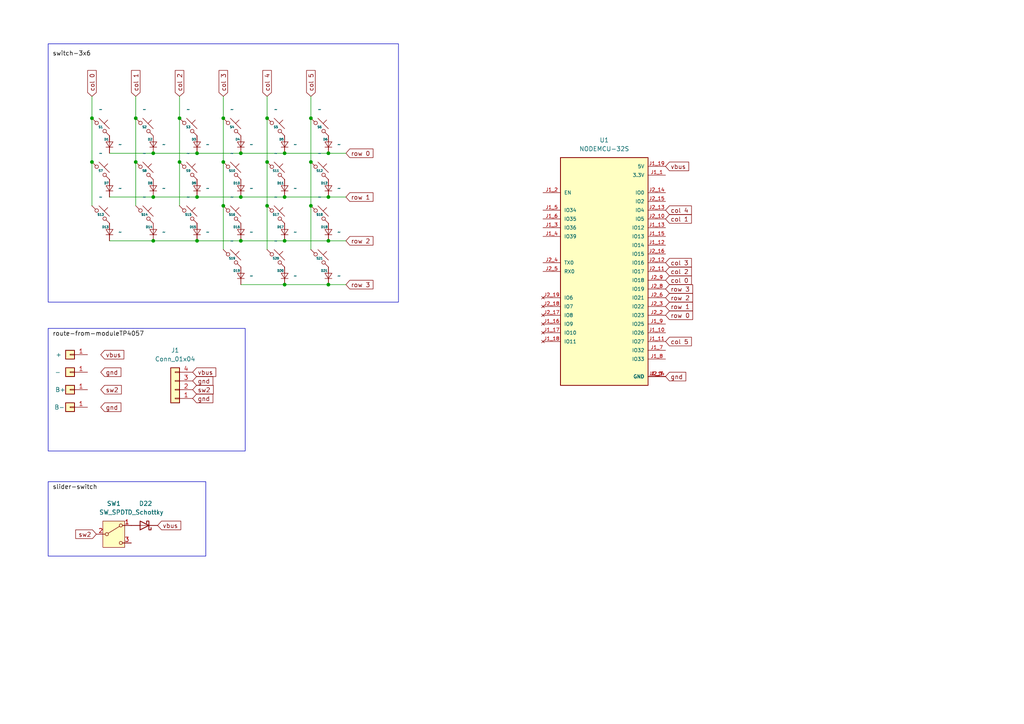
<source format=kicad_sch>
(kicad_sch
	(version 20250114)
	(generator "eeschema")
	(generator_version "9.0")
	(uuid "3110ff8b-8b75-4ed7-aa5c-d83393d1818a")
	(paper "A4")
	(lib_symbols
		(symbol "Connector_Generic:Conn_01x01"
			(pin_names
				(offset 1.016)
				(hide yes)
			)
			(exclude_from_sim no)
			(in_bom yes)
			(on_board yes)
			(property "Reference" "J"
				(at 0 2.54 0)
				(effects
					(font
						(size 1.27 1.27)
					)
				)
			)
			(property "Value" "Conn_01x01"
				(at 0 -2.54 0)
				(effects
					(font
						(size 1.27 1.27)
					)
				)
			)
			(property "Footprint" ""
				(at 0 0 0)
				(effects
					(font
						(size 1.27 1.27)
					)
					(hide yes)
				)
			)
			(property "Datasheet" "~"
				(at 0 0 0)
				(effects
					(font
						(size 1.27 1.27)
					)
					(hide yes)
				)
			)
			(property "Description" "Generic connector, single row, 01x01, script generated (kicad-library-utils/schlib/autogen/connector/)"
				(at 0 0 0)
				(effects
					(font
						(size 1.27 1.27)
					)
					(hide yes)
				)
			)
			(property "ki_keywords" "connector"
				(at 0 0 0)
				(effects
					(font
						(size 1.27 1.27)
					)
					(hide yes)
				)
			)
			(property "ki_fp_filters" "Connector*:*_1x??_*"
				(at 0 0 0)
				(effects
					(font
						(size 1.27 1.27)
					)
					(hide yes)
				)
			)
			(symbol "Conn_01x01_1_1"
				(rectangle
					(start -1.27 1.27)
					(end 1.27 -1.27)
					(stroke
						(width 0.254)
						(type default)
					)
					(fill
						(type background)
					)
				)
				(rectangle
					(start -1.27 0.127)
					(end 0 -0.127)
					(stroke
						(width 0.1524)
						(type default)
					)
					(fill
						(type none)
					)
				)
				(pin passive line
					(at -5.08 0 0)
					(length 3.81)
					(name "Pin_1"
						(effects
							(font
								(size 1.27 1.27)
							)
						)
					)
					(number "1"
						(effects
							(font
								(size 1.27 1.27)
							)
						)
					)
				)
			)
			(embedded_fonts no)
		)
		(symbol "Connector_Generic:Conn_01x04"
			(pin_names
				(offset 1.016)
				(hide yes)
			)
			(exclude_from_sim no)
			(in_bom yes)
			(on_board yes)
			(property "Reference" "J"
				(at 0 5.08 0)
				(effects
					(font
						(size 1.27 1.27)
					)
				)
			)
			(property "Value" "Conn_01x04"
				(at 0 -7.62 0)
				(effects
					(font
						(size 1.27 1.27)
					)
				)
			)
			(property "Footprint" ""
				(at 0 0 0)
				(effects
					(font
						(size 1.27 1.27)
					)
					(hide yes)
				)
			)
			(property "Datasheet" "~"
				(at 0 0 0)
				(effects
					(font
						(size 1.27 1.27)
					)
					(hide yes)
				)
			)
			(property "Description" "Generic connector, single row, 01x04, script generated (kicad-library-utils/schlib/autogen/connector/)"
				(at 0 0 0)
				(effects
					(font
						(size 1.27 1.27)
					)
					(hide yes)
				)
			)
			(property "ki_keywords" "connector"
				(at 0 0 0)
				(effects
					(font
						(size 1.27 1.27)
					)
					(hide yes)
				)
			)
			(property "ki_fp_filters" "Connector*:*_1x??_*"
				(at 0 0 0)
				(effects
					(font
						(size 1.27 1.27)
					)
					(hide yes)
				)
			)
			(symbol "Conn_01x04_1_1"
				(rectangle
					(start -1.27 3.81)
					(end 1.27 -6.35)
					(stroke
						(width 0.254)
						(type default)
					)
					(fill
						(type background)
					)
				)
				(rectangle
					(start -1.27 2.667)
					(end 0 2.413)
					(stroke
						(width 0.1524)
						(type default)
					)
					(fill
						(type none)
					)
				)
				(rectangle
					(start -1.27 0.127)
					(end 0 -0.127)
					(stroke
						(width 0.1524)
						(type default)
					)
					(fill
						(type none)
					)
				)
				(rectangle
					(start -1.27 -2.413)
					(end 0 -2.667)
					(stroke
						(width 0.1524)
						(type default)
					)
					(fill
						(type none)
					)
				)
				(rectangle
					(start -1.27 -4.953)
					(end 0 -5.207)
					(stroke
						(width 0.1524)
						(type default)
					)
					(fill
						(type none)
					)
				)
				(pin passive line
					(at -5.08 2.54 0)
					(length 3.81)
					(name "Pin_1"
						(effects
							(font
								(size 1.27 1.27)
							)
						)
					)
					(number "1"
						(effects
							(font
								(size 1.27 1.27)
							)
						)
					)
				)
				(pin passive line
					(at -5.08 0 0)
					(length 3.81)
					(name "Pin_2"
						(effects
							(font
								(size 1.27 1.27)
							)
						)
					)
					(number "2"
						(effects
							(font
								(size 1.27 1.27)
							)
						)
					)
				)
				(pin passive line
					(at -5.08 -2.54 0)
					(length 3.81)
					(name "Pin_3"
						(effects
							(font
								(size 1.27 1.27)
							)
						)
					)
					(number "3"
						(effects
							(font
								(size 1.27 1.27)
							)
						)
					)
				)
				(pin passive line
					(at -5.08 -5.08 0)
					(length 3.81)
					(name "Pin_4"
						(effects
							(font
								(size 1.27 1.27)
							)
						)
					)
					(number "4"
						(effects
							(font
								(size 1.27 1.27)
							)
						)
					)
				)
			)
			(embedded_fonts no)
		)
		(symbol "Device:D_Schottky"
			(pin_numbers
				(hide yes)
			)
			(pin_names
				(offset 1.016)
				(hide yes)
			)
			(exclude_from_sim no)
			(in_bom yes)
			(on_board yes)
			(property "Reference" "D"
				(at 0 2.54 0)
				(effects
					(font
						(size 1.27 1.27)
					)
				)
			)
			(property "Value" "D_Schottky"
				(at 0 -2.54 0)
				(effects
					(font
						(size 1.27 1.27)
					)
				)
			)
			(property "Footprint" ""
				(at 0 0 0)
				(effects
					(font
						(size 1.27 1.27)
					)
					(hide yes)
				)
			)
			(property "Datasheet" "~"
				(at 0 0 0)
				(effects
					(font
						(size 1.27 1.27)
					)
					(hide yes)
				)
			)
			(property "Description" "Schottky diode"
				(at 0 0 0)
				(effects
					(font
						(size 1.27 1.27)
					)
					(hide yes)
				)
			)
			(property "ki_keywords" "diode Schottky"
				(at 0 0 0)
				(effects
					(font
						(size 1.27 1.27)
					)
					(hide yes)
				)
			)
			(property "ki_fp_filters" "TO-???* *_Diode_* *SingleDiode* D_*"
				(at 0 0 0)
				(effects
					(font
						(size 1.27 1.27)
					)
					(hide yes)
				)
			)
			(symbol "D_Schottky_0_1"
				(polyline
					(pts
						(xy -1.905 0.635) (xy -1.905 1.27) (xy -1.27 1.27) (xy -1.27 -1.27) (xy -0.635 -1.27) (xy -0.635 -0.635)
					)
					(stroke
						(width 0.254)
						(type default)
					)
					(fill
						(type none)
					)
				)
				(polyline
					(pts
						(xy 1.27 1.27) (xy 1.27 -1.27) (xy -1.27 0) (xy 1.27 1.27)
					)
					(stroke
						(width 0.254)
						(type default)
					)
					(fill
						(type none)
					)
				)
				(polyline
					(pts
						(xy 1.27 0) (xy -1.27 0)
					)
					(stroke
						(width 0)
						(type default)
					)
					(fill
						(type none)
					)
				)
			)
			(symbol "D_Schottky_1_1"
				(pin passive line
					(at -3.81 0 0)
					(length 2.54)
					(name "K"
						(effects
							(font
								(size 1.27 1.27)
							)
						)
					)
					(number "1"
						(effects
							(font
								(size 1.27 1.27)
							)
						)
					)
				)
				(pin passive line
					(at 3.81 0 180)
					(length 2.54)
					(name "A"
						(effects
							(font
								(size 1.27 1.27)
							)
						)
					)
					(number "2"
						(effects
							(font
								(size 1.27 1.27)
							)
						)
					)
				)
			)
			(embedded_fonts no)
		)
		(symbol "NODEMCU-32S:NODEMCU-32S"
			(pin_names
				(offset 1.016)
			)
			(exclude_from_sim no)
			(in_bom yes)
			(on_board yes)
			(property "Reference" "U"
				(at -12.7 33.782 0)
				(effects
					(font
						(size 1.27 1.27)
					)
					(justify left bottom)
				)
			)
			(property "Value" "NODEMCU-32S"
				(at -12.7 -35.56 0)
				(effects
					(font
						(size 1.27 1.27)
					)
					(justify left bottom)
				)
			)
			(property "Footprint" "MODULE_NODEMCU-32S"
				(at 0 0 0)
				(effects
					(font
						(size 1.27 1.27)
					)
					(justify left bottom)
					(hide yes)
				)
			)
			(property "Datasheet" ""
				(at 0 0 0)
				(effects
					(font
						(size 1.27 1.27)
					)
					(justify left bottom)
					(hide yes)
				)
			)
			(property "Description" ""
				(at 0 0 0)
				(effects
					(font
						(size 1.27 1.27)
					)
					(hide yes)
				)
			)
			(property "PARTREV" "V1"
				(at 0 0 0)
				(effects
					(font
						(size 1.27 1.27)
					)
					(justify left bottom)
					(hide yes)
				)
			)
			(property "STANDARD" "Manufacturer Recommendations"
				(at 0 0 0)
				(effects
					(font
						(size 1.27 1.27)
					)
					(justify left bottom)
					(hide yes)
				)
			)
			(property "MAXIMUM_PACKAGE_HEIGHT" "3.00mm"
				(at 0 0 0)
				(effects
					(font
						(size 1.27 1.27)
					)
					(justify left bottom)
					(hide yes)
				)
			)
			(property "MANUFACTURER" "AI-Thinker"
				(at 0 0 0)
				(effects
					(font
						(size 1.27 1.27)
					)
					(justify left bottom)
					(hide yes)
				)
			)
			(property "ki_locked" ""
				(at 0 0 0)
				(effects
					(font
						(size 1.27 1.27)
					)
				)
			)
			(symbol "NODEMCU-32S_0_0"
				(rectangle
					(start -12.7 -33.02)
					(end 12.7 33.02)
					(stroke
						(width 0.254)
						(type solid)
					)
					(fill
						(type background)
					)
				)
				(pin input line
					(at -17.78 22.86 0)
					(length 5.08)
					(name "EN"
						(effects
							(font
								(size 1.016 1.016)
							)
						)
					)
					(number "J1_2"
						(effects
							(font
								(size 1.016 1.016)
							)
						)
					)
				)
				(pin input line
					(at -17.78 17.78 0)
					(length 5.08)
					(name "IO34"
						(effects
							(font
								(size 1.016 1.016)
							)
						)
					)
					(number "J1_5"
						(effects
							(font
								(size 1.016 1.016)
							)
						)
					)
				)
				(pin input line
					(at -17.78 15.24 0)
					(length 5.08)
					(name "IO35"
						(effects
							(font
								(size 1.016 1.016)
							)
						)
					)
					(number "J1_6"
						(effects
							(font
								(size 1.016 1.016)
							)
						)
					)
				)
				(pin input line
					(at -17.78 12.7 0)
					(length 5.08)
					(name "IO36"
						(effects
							(font
								(size 1.016 1.016)
							)
						)
					)
					(number "J1_3"
						(effects
							(font
								(size 1.016 1.016)
							)
						)
					)
				)
				(pin input line
					(at -17.78 10.16 0)
					(length 5.08)
					(name "IO39"
						(effects
							(font
								(size 1.016 1.016)
							)
						)
					)
					(number "J1_4"
						(effects
							(font
								(size 1.016 1.016)
							)
						)
					)
				)
				(pin bidirectional line
					(at -17.78 2.54 0)
					(length 5.08)
					(name "TX0"
						(effects
							(font
								(size 1.016 1.016)
							)
						)
					)
					(number "J2_4"
						(effects
							(font
								(size 1.016 1.016)
							)
						)
					)
				)
				(pin bidirectional line
					(at -17.78 0 0)
					(length 5.08)
					(name "RX0"
						(effects
							(font
								(size 1.016 1.016)
							)
						)
					)
					(number "J2_5"
						(effects
							(font
								(size 1.016 1.016)
							)
						)
					)
				)
				(pin no_connect line
					(at -17.78 -7.62 0)
					(length 5.08)
					(name "IO6"
						(effects
							(font
								(size 1.016 1.016)
							)
						)
					)
					(number "J2_19"
						(effects
							(font
								(size 1.016 1.016)
							)
						)
					)
				)
				(pin no_connect line
					(at -17.78 -10.16 0)
					(length 5.08)
					(name "IO7"
						(effects
							(font
								(size 1.016 1.016)
							)
						)
					)
					(number "J2_18"
						(effects
							(font
								(size 1.016 1.016)
							)
						)
					)
				)
				(pin no_connect line
					(at -17.78 -12.7 0)
					(length 5.08)
					(name "IO8"
						(effects
							(font
								(size 1.016 1.016)
							)
						)
					)
					(number "J2_17"
						(effects
							(font
								(size 1.016 1.016)
							)
						)
					)
				)
				(pin no_connect line
					(at -17.78 -15.24 0)
					(length 5.08)
					(name "IO9"
						(effects
							(font
								(size 1.016 1.016)
							)
						)
					)
					(number "J1_16"
						(effects
							(font
								(size 1.016 1.016)
							)
						)
					)
				)
				(pin no_connect line
					(at -17.78 -17.78 0)
					(length 5.08)
					(name "IO10"
						(effects
							(font
								(size 1.016 1.016)
							)
						)
					)
					(number "J1_17"
						(effects
							(font
								(size 1.016 1.016)
							)
						)
					)
				)
				(pin no_connect line
					(at -17.78 -20.32 0)
					(length 5.08)
					(name "IO11"
						(effects
							(font
								(size 1.016 1.016)
							)
						)
					)
					(number "J1_18"
						(effects
							(font
								(size 1.016 1.016)
							)
						)
					)
				)
				(pin power_in line
					(at 17.78 30.48 180)
					(length 5.08)
					(name "5V"
						(effects
							(font
								(size 1.016 1.016)
							)
						)
					)
					(number "J1_19"
						(effects
							(font
								(size 1.016 1.016)
							)
						)
					)
				)
				(pin power_in line
					(at 17.78 27.94 180)
					(length 5.08)
					(name "3.3V"
						(effects
							(font
								(size 1.016 1.016)
							)
						)
					)
					(number "J1_1"
						(effects
							(font
								(size 1.016 1.016)
							)
						)
					)
				)
				(pin bidirectional line
					(at 17.78 22.86 180)
					(length 5.08)
					(name "IO0"
						(effects
							(font
								(size 1.016 1.016)
							)
						)
					)
					(number "J2_14"
						(effects
							(font
								(size 1.016 1.016)
							)
						)
					)
				)
				(pin bidirectional line
					(at 17.78 20.32 180)
					(length 5.08)
					(name "IO2"
						(effects
							(font
								(size 1.016 1.016)
							)
						)
					)
					(number "J2_15"
						(effects
							(font
								(size 1.016 1.016)
							)
						)
					)
				)
				(pin bidirectional line
					(at 17.78 17.78 180)
					(length 5.08)
					(name "IO4"
						(effects
							(font
								(size 1.016 1.016)
							)
						)
					)
					(number "J2_13"
						(effects
							(font
								(size 1.016 1.016)
							)
						)
					)
				)
				(pin bidirectional line
					(at 17.78 15.24 180)
					(length 5.08)
					(name "IO5"
						(effects
							(font
								(size 1.016 1.016)
							)
						)
					)
					(number "J2_10"
						(effects
							(font
								(size 1.016 1.016)
							)
						)
					)
				)
				(pin bidirectional line
					(at 17.78 12.7 180)
					(length 5.08)
					(name "IO12"
						(effects
							(font
								(size 1.016 1.016)
							)
						)
					)
					(number "J1_13"
						(effects
							(font
								(size 1.016 1.016)
							)
						)
					)
				)
				(pin bidirectional line
					(at 17.78 10.16 180)
					(length 5.08)
					(name "IO13"
						(effects
							(font
								(size 1.016 1.016)
							)
						)
					)
					(number "J1_15"
						(effects
							(font
								(size 1.016 1.016)
							)
						)
					)
				)
				(pin bidirectional line
					(at 17.78 7.62 180)
					(length 5.08)
					(name "IO14"
						(effects
							(font
								(size 1.016 1.016)
							)
						)
					)
					(number "J1_12"
						(effects
							(font
								(size 1.016 1.016)
							)
						)
					)
				)
				(pin bidirectional line
					(at 17.78 5.08 180)
					(length 5.08)
					(name "IO15"
						(effects
							(font
								(size 1.016 1.016)
							)
						)
					)
					(number "J2_16"
						(effects
							(font
								(size 1.016 1.016)
							)
						)
					)
				)
				(pin bidirectional line
					(at 17.78 2.54 180)
					(length 5.08)
					(name "IO16"
						(effects
							(font
								(size 1.016 1.016)
							)
						)
					)
					(number "J2_12"
						(effects
							(font
								(size 1.016 1.016)
							)
						)
					)
				)
				(pin bidirectional line
					(at 17.78 0 180)
					(length 5.08)
					(name "IO17"
						(effects
							(font
								(size 1.016 1.016)
							)
						)
					)
					(number "J2_11"
						(effects
							(font
								(size 1.016 1.016)
							)
						)
					)
				)
				(pin bidirectional line
					(at 17.78 -2.54 180)
					(length 5.08)
					(name "IO18"
						(effects
							(font
								(size 1.016 1.016)
							)
						)
					)
					(number "J2_9"
						(effects
							(font
								(size 1.016 1.016)
							)
						)
					)
				)
				(pin bidirectional line
					(at 17.78 -5.08 180)
					(length 5.08)
					(name "IO19"
						(effects
							(font
								(size 1.016 1.016)
							)
						)
					)
					(number "J2_8"
						(effects
							(font
								(size 1.016 1.016)
							)
						)
					)
				)
				(pin bidirectional line
					(at 17.78 -7.62 180)
					(length 5.08)
					(name "IO21"
						(effects
							(font
								(size 1.016 1.016)
							)
						)
					)
					(number "J2_6"
						(effects
							(font
								(size 1.016 1.016)
							)
						)
					)
				)
				(pin bidirectional line
					(at 17.78 -10.16 180)
					(length 5.08)
					(name "IO22"
						(effects
							(font
								(size 1.016 1.016)
							)
						)
					)
					(number "J2_3"
						(effects
							(font
								(size 1.016 1.016)
							)
						)
					)
				)
				(pin bidirectional line
					(at 17.78 -12.7 180)
					(length 5.08)
					(name "IO23"
						(effects
							(font
								(size 1.016 1.016)
							)
						)
					)
					(number "J2_2"
						(effects
							(font
								(size 1.016 1.016)
							)
						)
					)
				)
				(pin bidirectional line
					(at 17.78 -15.24 180)
					(length 5.08)
					(name "IO25"
						(effects
							(font
								(size 1.016 1.016)
							)
						)
					)
					(number "J1_9"
						(effects
							(font
								(size 1.016 1.016)
							)
						)
					)
				)
				(pin bidirectional line
					(at 17.78 -17.78 180)
					(length 5.08)
					(name "IO26"
						(effects
							(font
								(size 1.016 1.016)
							)
						)
					)
					(number "J1_10"
						(effects
							(font
								(size 1.016 1.016)
							)
						)
					)
				)
				(pin bidirectional line
					(at 17.78 -20.32 180)
					(length 5.08)
					(name "IO27"
						(effects
							(font
								(size 1.016 1.016)
							)
						)
					)
					(number "J1_11"
						(effects
							(font
								(size 1.016 1.016)
							)
						)
					)
				)
				(pin bidirectional line
					(at 17.78 -22.86 180)
					(length 5.08)
					(name "IO32"
						(effects
							(font
								(size 1.016 1.016)
							)
						)
					)
					(number "J1_7"
						(effects
							(font
								(size 1.016 1.016)
							)
						)
					)
				)
				(pin bidirectional line
					(at 17.78 -25.4 180)
					(length 5.08)
					(name "IO33"
						(effects
							(font
								(size 1.016 1.016)
							)
						)
					)
					(number "J1_8"
						(effects
							(font
								(size 1.016 1.016)
							)
						)
					)
				)
				(pin power_in line
					(at 17.78 -30.48 180)
					(length 5.08)
					(name "GND"
						(effects
							(font
								(size 1.016 1.016)
							)
						)
					)
					(number "J1_14"
						(effects
							(font
								(size 1.016 1.016)
							)
						)
					)
				)
				(pin power_in line
					(at 17.78 -30.48 180)
					(length 5.08)
					(name "GND"
						(effects
							(font
								(size 1.016 1.016)
							)
						)
					)
					(number "J2_1"
						(effects
							(font
								(size 1.016 1.016)
							)
						)
					)
				)
				(pin power_in line
					(at 17.78 -30.48 180)
					(length 5.08)
					(name "GND"
						(effects
							(font
								(size 1.016 1.016)
							)
						)
					)
					(number "J2_7"
						(effects
							(font
								(size 1.016 1.016)
							)
						)
					)
				)
			)
			(embedded_fonts no)
		)
		(symbol "ScottoKeebs:Placeholder_Diode"
			(pin_numbers
				(hide yes)
			)
			(pin_names
				(hide yes)
			)
			(exclude_from_sim no)
			(in_bom yes)
			(on_board yes)
			(property "Reference" "D"
				(at -0.15 1.066 0)
				(do_not_autoplace)
				(effects
					(font
						(size 0.635 0.635)
						(thickness 0.127)
						(bold yes)
					)
					(justify right bottom)
				)
			)
			(property "Value" ""
				(at 2.54 0 90)
				(effects
					(font
						(size 1.27 1.27)
					)
				)
			)
			(property "Footprint" ""
				(at 0 0 90)
				(effects
					(font
						(size 1.27 1.27)
					)
					(hide yes)
				)
			)
			(property "Datasheet" ""
				(at 0 0 90)
				(effects
					(font
						(size 1.27 1.27)
					)
					(hide yes)
				)
			)
			(property "Description" ""
				(at 3.81 0 90)
				(effects
					(font
						(size 1.27 1.27)
					)
					(hide yes)
				)
			)
			(property "ki_keywords" "diode"
				(at 0 0 0)
				(effects
					(font
						(size 1.27 1.27)
					)
					(hide yes)
				)
			)
			(property "ki_fp_filters" "D*DO?35*"
				(at 0 0 0)
				(effects
					(font
						(size 1.27 1.27)
					)
					(hide yes)
				)
			)
			(symbol "Placeholder_Diode_0_1"
				(polyline
					(pts
						(xy 0 -0.762) (xy 0 0.762)
					)
					(stroke
						(width 0)
						(type default)
					)
					(fill
						(type none)
					)
				)
			)
			(symbol "Placeholder_Diode_1_1"
				(polyline
					(pts
						(xy 1.016 0.762) (xy 0 -0.762) (xy -1.016 0.762) (xy 1.016 0.762)
					)
					(stroke
						(width 0.1524)
						(type default)
					)
					(fill
						(type none)
					)
				)
				(polyline
					(pts
						(xy 1.016 -0.762) (xy -1.016 -0.762)
					)
					(stroke
						(width 0.1524)
						(type default)
					)
					(fill
						(type none)
					)
				)
				(pin passive line
					(at 0 2.54 270)
					(length 1.778)
					(name "A"
						(effects
							(font
								(size 1.27 1.27)
							)
						)
					)
					(number "2"
						(effects
							(font
								(size 1.27 1.27)
							)
						)
					)
				)
				(pin passive line
					(at 0 -2.54 90)
					(length 1.778)
					(name "K"
						(effects
							(font
								(size 1.27 1.27)
							)
						)
					)
					(number "1"
						(effects
							(font
								(size 1.27 1.27)
							)
						)
					)
				)
			)
			(embedded_fonts no)
		)
		(symbol "ScottoKeebs:Placeholder_Keyswitch"
			(pin_numbers
				(hide yes)
			)
			(pin_names
				(offset 1.016)
				(hide yes)
			)
			(exclude_from_sim no)
			(in_bom yes)
			(on_board yes)
			(property "Reference" "S"
				(at 0 0 0)
				(do_not_autoplace)
				(effects
					(font
						(size 0.635 0.635)
						(thickness 0.127)
						(bold yes)
					)
				)
			)
			(property "Value" ""
				(at 0 -3.81 0)
				(effects
					(font
						(size 1.27 1.27)
					)
				)
			)
			(property "Footprint" ""
				(at 0 0 0)
				(effects
					(font
						(size 1.27 1.27)
					)
					(hide yes)
				)
			)
			(property "Datasheet" ""
				(at -2.54 -1.778 0)
				(effects
					(font
						(size 1.27 1.27)
					)
					(hide yes)
				)
			)
			(property "Description" ""
				(at 0 0 0)
				(effects
					(font
						(size 1.27 1.27)
					)
					(hide yes)
				)
			)
			(property "ki_keywords" "switch normally-open pushbutton push-button"
				(at 0 0 0)
				(effects
					(font
						(size 1.27 1.27)
					)
					(hide yes)
				)
			)
			(symbol "Placeholder_Keyswitch_0_1"
				(polyline
					(pts
						(xy -2.54 2.54) (xy -1.524 1.524) (xy -1.524 1.524)
					)
					(stroke
						(width 0)
						(type default)
					)
					(fill
						(type none)
					)
				)
				(circle
					(center -1.1684 1.1684)
					(radius 0.508)
					(stroke
						(width 0)
						(type default)
					)
					(fill
						(type none)
					)
				)
				(polyline
					(pts
						(xy -0.508 2.54) (xy 2.54 -0.508)
					)
					(stroke
						(width 0)
						(type default)
					)
					(fill
						(type none)
					)
				)
				(polyline
					(pts
						(xy 1.016 1.016) (xy 2.032 2.032)
					)
					(stroke
						(width 0)
						(type default)
					)
					(fill
						(type none)
					)
				)
				(circle
					(center 1.143 -1.1938)
					(radius 0.508)
					(stroke
						(width 0)
						(type default)
					)
					(fill
						(type none)
					)
				)
				(polyline
					(pts
						(xy 1.524 -1.524) (xy 2.54 -2.54) (xy 2.54 -2.54) (xy 2.54 -2.54)
					)
					(stroke
						(width 0)
						(type default)
					)
					(fill
						(type none)
					)
				)
				(pin passive line
					(at -2.54 2.54 0)
					(length 0)
					(name "1"
						(effects
							(font
								(size 1.27 1.27)
							)
						)
					)
					(number "1"
						(effects
							(font
								(size 1.27 1.27)
							)
						)
					)
				)
				(pin passive line
					(at 2.54 -2.54 180)
					(length 0)
					(name "2"
						(effects
							(font
								(size 1.27 1.27)
							)
						)
					)
					(number "2"
						(effects
							(font
								(size 1.27 1.27)
							)
						)
					)
				)
			)
			(embedded_fonts no)
		)
		(symbol "Switch:SW_SPDT"
			(pin_names
				(offset 0)
				(hide yes)
			)
			(exclude_from_sim no)
			(in_bom yes)
			(on_board yes)
			(property "Reference" "SW"
				(at 0 5.08 0)
				(effects
					(font
						(size 1.27 1.27)
					)
				)
			)
			(property "Value" "SW_SPDT"
				(at 0 -5.08 0)
				(effects
					(font
						(size 1.27 1.27)
					)
				)
			)
			(property "Footprint" ""
				(at 0 0 0)
				(effects
					(font
						(size 1.27 1.27)
					)
					(hide yes)
				)
			)
			(property "Datasheet" "~"
				(at 0 -7.62 0)
				(effects
					(font
						(size 1.27 1.27)
					)
					(hide yes)
				)
			)
			(property "Description" "Switch, single pole double throw"
				(at 0 0 0)
				(effects
					(font
						(size 1.27 1.27)
					)
					(hide yes)
				)
			)
			(property "ki_keywords" "switch single-pole double-throw spdt ON-ON"
				(at 0 0 0)
				(effects
					(font
						(size 1.27 1.27)
					)
					(hide yes)
				)
			)
			(symbol "SW_SPDT_0_1"
				(circle
					(center -2.032 0)
					(radius 0.4572)
					(stroke
						(width 0)
						(type default)
					)
					(fill
						(type none)
					)
				)
				(polyline
					(pts
						(xy -1.651 0.254) (xy 1.651 2.286)
					)
					(stroke
						(width 0)
						(type default)
					)
					(fill
						(type none)
					)
				)
				(circle
					(center 2.032 2.54)
					(radius 0.4572)
					(stroke
						(width 0)
						(type default)
					)
					(fill
						(type none)
					)
				)
				(circle
					(center 2.032 -2.54)
					(radius 0.4572)
					(stroke
						(width 0)
						(type default)
					)
					(fill
						(type none)
					)
				)
			)
			(symbol "SW_SPDT_1_1"
				(rectangle
					(start -3.175 3.81)
					(end 3.175 -3.81)
					(stroke
						(width 0)
						(type default)
					)
					(fill
						(type background)
					)
				)
				(pin passive line
					(at -5.08 0 0)
					(length 2.54)
					(name "B"
						(effects
							(font
								(size 1.27 1.27)
							)
						)
					)
					(number "2"
						(effects
							(font
								(size 1.27 1.27)
							)
						)
					)
				)
				(pin passive line
					(at 5.08 2.54 180)
					(length 2.54)
					(name "A"
						(effects
							(font
								(size 1.27 1.27)
							)
						)
					)
					(number "1"
						(effects
							(font
								(size 1.27 1.27)
							)
						)
					)
				)
				(pin passive line
					(at 5.08 -2.54 180)
					(length 2.54)
					(name "C"
						(effects
							(font
								(size 1.27 1.27)
							)
						)
					)
					(number "3"
						(effects
							(font
								(size 1.27 1.27)
							)
						)
					)
				)
			)
			(embedded_fonts no)
		)
	)
	(rectangle
		(start 13.97 95.25)
		(end 71.12 130.81)
		(stroke
			(width 0)
			(type default)
		)
		(fill
			(type none)
		)
		(uuid 8e3982e3-83c2-4a32-9933-15b4ee4a3724)
	)
	(rectangle
		(start 13.97 12.7)
		(end 115.57 87.63)
		(stroke
			(width 0)
			(type default)
		)
		(fill
			(type none)
		)
		(uuid 940fe417-a4eb-4a27-8540-af0c07a0305b)
	)
	(rectangle
		(start 13.97 139.7)
		(end 59.69 161.29)
		(stroke
			(width 0)
			(type default)
		)
		(fill
			(type none)
		)
		(uuid f1d1a549-33a1-4d6f-bb8d-18e2e814c4cb)
	)
	(junction
		(at 57.15 57.15)
		(diameter 0)
		(color 0 0 0 0)
		(uuid "0e94ed98-3a2d-48c4-8f6c-52bbcd7fcf8a")
	)
	(junction
		(at 44.45 69.85)
		(diameter 0)
		(color 0 0 0 0)
		(uuid "2aea6fef-6f2c-4006-9e45-83f20a49468e")
	)
	(junction
		(at 69.85 69.85)
		(diameter 0)
		(color 0 0 0 0)
		(uuid "410c81f2-5ff1-4583-8232-2aed44619b3a")
	)
	(junction
		(at 57.15 69.85)
		(diameter 0)
		(color 0 0 0 0)
		(uuid "496b0106-3918-42f4-b083-bc6622a7e7e8")
	)
	(junction
		(at 95.25 44.45)
		(diameter 0)
		(color 0 0 0 0)
		(uuid "57d2346f-55c9-4a82-8df2-58aefc2eada8")
	)
	(junction
		(at 69.85 57.15)
		(diameter 0)
		(color 0 0 0 0)
		(uuid "58847c09-eb14-4718-bc7e-2a7b709eea66")
	)
	(junction
		(at 95.25 82.55)
		(diameter 0)
		(color 0 0 0 0)
		(uuid "5e9192a2-3057-4907-b5c5-834af5bf08d4")
	)
	(junction
		(at 26.67 46.99)
		(diameter 0)
		(color 0 0 0 0)
		(uuid "6579e831-a0a0-498d-8ae5-47acd97b0a68")
	)
	(junction
		(at 44.45 57.15)
		(diameter 0)
		(color 0 0 0 0)
		(uuid "7056f39b-d78e-4059-8c59-cadc8f66f14e")
	)
	(junction
		(at 82.55 82.55)
		(diameter 0)
		(color 0 0 0 0)
		(uuid "78b2da95-ef28-4f7c-b1b4-a317fbb951f3")
	)
	(junction
		(at 52.07 34.29)
		(diameter 0)
		(color 0 0 0 0)
		(uuid "7cbc4dd4-9d21-439c-8a18-a9bcee8dbd36")
	)
	(junction
		(at 90.17 46.99)
		(diameter 0)
		(color 0 0 0 0)
		(uuid "85fe828c-64b6-4db5-9d9a-bb101381f90f")
	)
	(junction
		(at 90.17 34.29)
		(diameter 0)
		(color 0 0 0 0)
		(uuid "87c13590-980a-46d8-8dc6-f964c7270133")
	)
	(junction
		(at 77.47 46.99)
		(diameter 0)
		(color 0 0 0 0)
		(uuid "885bd19c-73c7-4d6b-bb03-63d980d907b8")
	)
	(junction
		(at 52.07 46.99)
		(diameter 0)
		(color 0 0 0 0)
		(uuid "89a0697b-0138-4cf5-9ee9-3c2e7fec3898")
	)
	(junction
		(at 39.37 34.29)
		(diameter 0)
		(color 0 0 0 0)
		(uuid "9165d0a0-dfdd-4f57-b5f1-7a4d383a83e4")
	)
	(junction
		(at 64.77 59.69)
		(diameter 0)
		(color 0 0 0 0)
		(uuid "94253799-5b8d-4f2a-bc64-c9703e234144")
	)
	(junction
		(at 44.45 44.45)
		(diameter 0)
		(color 0 0 0 0)
		(uuid "97b33f1f-1b99-4157-80db-d40f7d98f830")
	)
	(junction
		(at 90.17 59.69)
		(diameter 0)
		(color 0 0 0 0)
		(uuid "a79adc9c-cbdd-45c8-8c0c-bb33acda00bc")
	)
	(junction
		(at 77.47 34.29)
		(diameter 0)
		(color 0 0 0 0)
		(uuid "b99ff10b-356a-44bb-abae-01c9f3a3658b")
	)
	(junction
		(at 82.55 44.45)
		(diameter 0)
		(color 0 0 0 0)
		(uuid "bce5f510-b213-456c-bc53-4f27c872287b")
	)
	(junction
		(at 95.25 69.85)
		(diameter 0)
		(color 0 0 0 0)
		(uuid "c19903b0-a7c4-4fdc-932d-0ff2bf4961ca")
	)
	(junction
		(at 57.15 44.45)
		(diameter 0)
		(color 0 0 0 0)
		(uuid "c9c117b9-781f-438a-8a06-bad882f040bf")
	)
	(junction
		(at 82.55 69.85)
		(diameter 0)
		(color 0 0 0 0)
		(uuid "ca412ef6-b8d4-4353-a81d-6f7827b05807")
	)
	(junction
		(at 82.55 57.15)
		(diameter 0)
		(color 0 0 0 0)
		(uuid "cb38d9ff-e2b6-4905-a286-78ca391bf0c2")
	)
	(junction
		(at 69.85 44.45)
		(diameter 0)
		(color 0 0 0 0)
		(uuid "cf12588d-586a-4844-b67c-88fbe07f5397")
	)
	(junction
		(at 95.25 57.15)
		(diameter 0)
		(color 0 0 0 0)
		(uuid "dd4ca7ad-1ae9-4733-a4b1-5254c535b491")
	)
	(junction
		(at 26.67 34.29)
		(diameter 0)
		(color 0 0 0 0)
		(uuid "de4b8ad7-20e1-4eca-be59-b2362e60b5a9")
	)
	(junction
		(at 64.77 46.99)
		(diameter 0)
		(color 0 0 0 0)
		(uuid "ee3550c6-856f-4859-a192-8340c65326b0")
	)
	(junction
		(at 77.47 59.69)
		(diameter 0)
		(color 0 0 0 0)
		(uuid "f182c7ce-94e2-4fbe-8a3a-37ae328cd8d1")
	)
	(junction
		(at 39.37 46.99)
		(diameter 0)
		(color 0 0 0 0)
		(uuid "f3998746-b970-4bba-9e9b-0f831b276b47")
	)
	(junction
		(at 64.77 34.29)
		(diameter 0)
		(color 0 0 0 0)
		(uuid "fd5a9a69-83be-4566-ac52-52af1c745fe3")
	)
	(wire
		(pts
			(xy 90.17 59.69) (xy 90.17 72.39)
		)
		(stroke
			(width 0)
			(type default)
		)
		(uuid "04c8513c-0ca2-44f6-89a9-7764b5af5b21")
	)
	(wire
		(pts
			(xy 90.17 34.29) (xy 90.17 46.99)
		)
		(stroke
			(width 0)
			(type default)
		)
		(uuid "0b23cf51-6e55-4a7f-99c7-91a827c6f911")
	)
	(wire
		(pts
			(xy 39.37 27.94) (xy 39.37 34.29)
		)
		(stroke
			(width 0)
			(type default)
		)
		(uuid "14e51746-260c-42df-b8ba-ee4538e49bbe")
	)
	(wire
		(pts
			(xy 69.85 44.45) (xy 82.55 44.45)
		)
		(stroke
			(width 0)
			(type default)
		)
		(uuid "1a3f89d5-2c37-4895-ab61-c2bce876c616")
	)
	(wire
		(pts
			(xy 52.07 46.99) (xy 52.07 59.69)
		)
		(stroke
			(width 0)
			(type default)
		)
		(uuid "2fc20424-e3ed-493f-8ed6-40c706298c0d")
	)
	(wire
		(pts
			(xy 64.77 59.69) (xy 64.77 72.39)
		)
		(stroke
			(width 0)
			(type default)
		)
		(uuid "32956787-fb77-4e82-aa4b-90124d0cbd06")
	)
	(wire
		(pts
			(xy 90.17 46.99) (xy 90.17 59.69)
		)
		(stroke
			(width 0)
			(type default)
		)
		(uuid "39beac4d-276d-4c97-b4d7-1376dd89a33f")
	)
	(wire
		(pts
			(xy 39.37 46.99) (xy 39.37 59.69)
		)
		(stroke
			(width 0)
			(type default)
		)
		(uuid "39d8ffc9-72d9-4e09-85a7-44a97e8e4a04")
	)
	(wire
		(pts
			(xy 26.67 46.99) (xy 26.67 59.69)
		)
		(stroke
			(width 0)
			(type default)
		)
		(uuid "6149b6c0-90b4-4590-a41a-7b83a8181dc2")
	)
	(wire
		(pts
			(xy 82.55 69.85) (xy 95.25 69.85)
		)
		(stroke
			(width 0)
			(type default)
		)
		(uuid "61d69821-a17a-48f6-b63f-c336e010430e")
	)
	(wire
		(pts
			(xy 44.45 44.45) (xy 57.15 44.45)
		)
		(stroke
			(width 0)
			(type default)
		)
		(uuid "6280f1b5-b66d-4b1a-a8c6-fa566f42259d")
	)
	(wire
		(pts
			(xy 44.45 57.15) (xy 57.15 57.15)
		)
		(stroke
			(width 0)
			(type default)
		)
		(uuid "62a28864-4d03-4d00-868d-fe151a4f0da1")
	)
	(wire
		(pts
			(xy 64.77 27.94) (xy 64.77 34.29)
		)
		(stroke
			(width 0)
			(type default)
		)
		(uuid "6840f969-85dc-4a98-809a-26cb425a9ed9")
	)
	(wire
		(pts
			(xy 77.47 46.99) (xy 77.47 59.69)
		)
		(stroke
			(width 0)
			(type default)
		)
		(uuid "69575ab2-9b51-46a5-90e3-dbd1f45b0091")
	)
	(wire
		(pts
			(xy 82.55 44.45) (xy 95.25 44.45)
		)
		(stroke
			(width 0)
			(type default)
		)
		(uuid "742574d8-1040-4c64-bb26-18964f0f95c8")
	)
	(wire
		(pts
			(xy 64.77 34.29) (xy 64.77 46.99)
		)
		(stroke
			(width 0)
			(type default)
		)
		(uuid "7706cfd0-1330-4220-996d-206c75c669f5")
	)
	(wire
		(pts
			(xy 69.85 57.15) (xy 82.55 57.15)
		)
		(stroke
			(width 0)
			(type default)
		)
		(uuid "77717e14-f0d2-4628-b0d4-8502ff9fbec8")
	)
	(wire
		(pts
			(xy 52.07 27.94) (xy 52.07 34.29)
		)
		(stroke
			(width 0)
			(type default)
		)
		(uuid "78da0240-ec6a-4fed-9be9-e857e898813f")
	)
	(wire
		(pts
			(xy 77.47 34.29) (xy 77.47 46.99)
		)
		(stroke
			(width 0)
			(type default)
		)
		(uuid "890ae518-8e56-4d56-a64a-f6eea88574e4")
	)
	(wire
		(pts
			(xy 44.45 69.85) (xy 57.15 69.85)
		)
		(stroke
			(width 0)
			(type default)
		)
		(uuid "95f80ed2-c619-473b-9286-b4c17c9f8847")
	)
	(wire
		(pts
			(xy 26.67 27.94) (xy 26.67 34.29)
		)
		(stroke
			(width 0)
			(type default)
		)
		(uuid "a38a7fb9-f84e-4716-b328-c67d9a18c67f")
	)
	(wire
		(pts
			(xy 64.77 46.99) (xy 64.77 59.69)
		)
		(stroke
			(width 0)
			(type default)
		)
		(uuid "a5141ab5-cc22-4f2f-afd3-d3aa1782fee2")
	)
	(wire
		(pts
			(xy 26.67 34.29) (xy 26.67 46.99)
		)
		(stroke
			(width 0)
			(type default)
		)
		(uuid "a58bf1c7-6bac-41bf-ab49-bcd1632baeaa")
	)
	(wire
		(pts
			(xy 57.15 69.85) (xy 69.85 69.85)
		)
		(stroke
			(width 0)
			(type default)
		)
		(uuid "a63b99f1-bbcd-4d31-9bd5-2bbe40cf42d6")
	)
	(wire
		(pts
			(xy 52.07 34.29) (xy 52.07 46.99)
		)
		(stroke
			(width 0)
			(type default)
		)
		(uuid "a9cbc169-bec8-4ef3-b468-f5255b1b0381")
	)
	(wire
		(pts
			(xy 69.85 69.85) (xy 82.55 69.85)
		)
		(stroke
			(width 0)
			(type default)
		)
		(uuid "adf5c55f-287e-4507-91bf-900f7e4d855f")
	)
	(wire
		(pts
			(xy 95.25 44.45) (xy 100.33 44.45)
		)
		(stroke
			(width 0)
			(type default)
		)
		(uuid "afdf17da-c427-4ab9-acec-d6e7ade6e63b")
	)
	(wire
		(pts
			(xy 90.17 27.94) (xy 90.17 34.29)
		)
		(stroke
			(width 0)
			(type default)
		)
		(uuid "b07c1424-b0fd-42e2-a101-1fab6c5bec66")
	)
	(wire
		(pts
			(xy 31.75 57.15) (xy 44.45 57.15)
		)
		(stroke
			(width 0)
			(type default)
		)
		(uuid "b18c06a1-a7b3-4dfd-b9d3-ecfd0f46b1e1")
	)
	(wire
		(pts
			(xy 82.55 57.15) (xy 95.25 57.15)
		)
		(stroke
			(width 0)
			(type default)
		)
		(uuid "bdb09181-26ab-4b14-8816-f3287fc7722b")
	)
	(wire
		(pts
			(xy 57.15 44.45) (xy 69.85 44.45)
		)
		(stroke
			(width 0)
			(type default)
		)
		(uuid "be4e8600-4b54-4bc6-b1c1-857b9312b1bc")
	)
	(wire
		(pts
			(xy 39.37 34.29) (xy 39.37 46.99)
		)
		(stroke
			(width 0)
			(type default)
		)
		(uuid "c37b0b78-d449-473a-bc9c-4e553cafae29")
	)
	(wire
		(pts
			(xy 31.75 44.45) (xy 44.45 44.45)
		)
		(stroke
			(width 0)
			(type default)
		)
		(uuid "c86a4c01-33ee-4fe9-89df-959c8ed8cd34")
	)
	(wire
		(pts
			(xy 95.25 69.85) (xy 100.33 69.85)
		)
		(stroke
			(width 0)
			(type default)
		)
		(uuid "cc5eaa78-ece1-4181-9ccd-bc54d8d76a1c")
	)
	(wire
		(pts
			(xy 77.47 27.94) (xy 77.47 34.29)
		)
		(stroke
			(width 0)
			(type default)
		)
		(uuid "d2a66444-fc3b-48e0-9b65-648737d11194")
	)
	(wire
		(pts
			(xy 95.25 57.15) (xy 100.33 57.15)
		)
		(stroke
			(width 0)
			(type default)
		)
		(uuid "d313843a-627f-49e9-99e4-5e7d6079064c")
	)
	(wire
		(pts
			(xy 57.15 57.15) (xy 69.85 57.15)
		)
		(stroke
			(width 0)
			(type default)
		)
		(uuid "d34d585b-764f-4c08-92ea-9a740cda32ae")
	)
	(wire
		(pts
			(xy 82.55 82.55) (xy 95.25 82.55)
		)
		(stroke
			(width 0)
			(type default)
		)
		(uuid "d8a2335f-4651-4f5d-926d-c46466e13f1b")
	)
	(wire
		(pts
			(xy 77.47 59.69) (xy 77.47 72.39)
		)
		(stroke
			(width 0)
			(type default)
		)
		(uuid "da0c4858-b3a7-4d98-81d1-cf302eb23423")
	)
	(wire
		(pts
			(xy 69.85 82.55) (xy 82.55 82.55)
		)
		(stroke
			(width 0)
			(type default)
		)
		(uuid "e1f777bb-cf56-4ade-9cc6-a6e74361d5d3")
	)
	(wire
		(pts
			(xy 31.75 69.85) (xy 44.45 69.85)
		)
		(stroke
			(width 0)
			(type default)
		)
		(uuid "e4921c3c-e985-4a47-a63b-7d2e264dc797")
	)
	(wire
		(pts
			(xy 95.25 82.55) (xy 100.33 82.55)
		)
		(stroke
			(width 0)
			(type default)
		)
		(uuid "f0107317-d26c-43d3-b690-bdaa5d1b900b")
	)
	(label "slider-switch"
		(at 15.24 142.24 0)
		(effects
			(font
				(size 1.27 1.27)
			)
			(justify left bottom)
		)
		(uuid "3828e8ad-6f6b-4cf8-867c-90939c9d4116")
	)
	(label "switch-3x6"
		(at 15.24 16.51 0)
		(effects
			(font
				(size 1.27 1.27)
			)
			(justify left bottom)
		)
		(uuid "b49f0bbc-b8b0-46b1-b8ee-36851c38ae72")
	)
	(label "route-from-moduleTP4057"
		(at 15.24 97.79 0)
		(effects
			(font
				(size 1.27 1.27)
			)
			(justify left bottom)
		)
		(uuid "e7d116ae-83a9-4f30-854d-ce1b923057e9")
	)
	(global_label "col 1"
		(shape input)
		(at 39.37 27.94 90)
		(fields_autoplaced yes)
		(effects
			(font
				(size 1.27 1.27)
			)
			(justify left)
		)
		(uuid "0cd71666-93e1-4bef-ae0d-887235311000")
		(property "Intersheetrefs" "${INTERSHEET_REFS}"
			(at 39.37 19.8749 90)
			(effects
				(font
					(size 1.27 1.27)
				)
				(justify left)
				(hide yes)
			)
		)
	)
	(global_label "vbus"
		(shape input)
		(at 193.04 48.26 0)
		(fields_autoplaced yes)
		(effects
			(font
				(size 1.27 1.27)
			)
			(justify left)
		)
		(uuid "15a20a21-322d-4777-a4a8-9e523a1089a6")
		(property "Intersheetrefs" "${INTERSHEET_REFS}"
			(at 200.3189 48.26 0)
			(effects
				(font
					(size 1.27 1.27)
				)
				(justify left)
				(hide yes)
			)
		)
	)
	(global_label "vbus"
		(shape input)
		(at 29.21 102.87 0)
		(fields_autoplaced yes)
		(effects
			(font
				(size 1.27 1.27)
			)
			(justify left)
		)
		(uuid "18f6e9c7-86fc-4b9d-939d-01e858916861")
		(property "Intersheetrefs" "${INTERSHEET_REFS}"
			(at 36.4889 102.87 0)
			(effects
				(font
					(size 1.27 1.27)
				)
				(justify left)
				(hide yes)
			)
		)
	)
	(global_label "gnd"
		(shape input)
		(at 29.21 118.11 0)
		(fields_autoplaced yes)
		(effects
			(font
				(size 1.27 1.27)
			)
			(justify left)
		)
		(uuid "1aee80f6-e13c-4fce-aa59-d08b790e6f3a")
		(property "Intersheetrefs" "${INTERSHEET_REFS}"
			(at 35.6422 118.11 0)
			(effects
				(font
					(size 1.27 1.27)
				)
				(justify left)
				(hide yes)
			)
		)
	)
	(global_label "col 4"
		(shape input)
		(at 77.47 27.94 90)
		(fields_autoplaced yes)
		(effects
			(font
				(size 1.27 1.27)
			)
			(justify left)
		)
		(uuid "28ea41fa-42ce-4764-b110-9c2a978cbfd3")
		(property "Intersheetrefs" "${INTERSHEET_REFS}"
			(at 77.47 19.8749 90)
			(effects
				(font
					(size 1.27 1.27)
				)
				(justify left)
				(hide yes)
			)
		)
	)
	(global_label "sw2"
		(shape input)
		(at 27.94 154.94 180)
		(fields_autoplaced yes)
		(effects
			(font
				(size 1.27 1.27)
			)
			(justify right)
		)
		(uuid "2c02c8f8-14ef-454e-b27a-709578b9a332")
		(property "Intersheetrefs" "${INTERSHEET_REFS}"
			(at 21.3867 154.94 0)
			(effects
				(font
					(size 1.27 1.27)
				)
				(justify right)
				(hide yes)
			)
		)
	)
	(global_label "row 3"
		(shape input)
		(at 100.33 82.55 0)
		(fields_autoplaced yes)
		(effects
			(font
				(size 1.27 1.27)
			)
			(justify left)
		)
		(uuid "2d6b51ed-f99f-47dc-88bd-8efc983f8a71")
		(property "Intersheetrefs" "${INTERSHEET_REFS}"
			(at 108.758 82.55 0)
			(effects
				(font
					(size 1.27 1.27)
				)
				(justify left)
				(hide yes)
			)
		)
	)
	(global_label "col 5"
		(shape input)
		(at 90.17 27.94 90)
		(fields_autoplaced yes)
		(effects
			(font
				(size 1.27 1.27)
			)
			(justify left)
		)
		(uuid "36f6d308-c9d5-42ff-9ce8-4426ae431f29")
		(property "Intersheetrefs" "${INTERSHEET_REFS}"
			(at 90.17 19.8749 90)
			(effects
				(font
					(size 1.27 1.27)
				)
				(justify left)
				(hide yes)
			)
		)
	)
	(global_label "row 2"
		(shape input)
		(at 100.33 69.85 0)
		(fields_autoplaced yes)
		(effects
			(font
				(size 1.27 1.27)
			)
			(justify left)
		)
		(uuid "37c8195d-b6a7-42ed-8374-1a7db257110a")
		(property "Intersheetrefs" "${INTERSHEET_REFS}"
			(at 108.758 69.85 0)
			(effects
				(font
					(size 1.27 1.27)
				)
				(justify left)
				(hide yes)
			)
		)
	)
	(global_label "gnd"
		(shape input)
		(at 193.04 109.22 0)
		(fields_autoplaced yes)
		(effects
			(font
				(size 1.27 1.27)
			)
			(justify left)
		)
		(uuid "3d3acc32-a1ba-40f1-a3dd-36bf5e09c8be")
		(property "Intersheetrefs" "${INTERSHEET_REFS}"
			(at 199.4722 109.22 0)
			(effects
				(font
					(size 1.27 1.27)
				)
				(justify left)
				(hide yes)
			)
		)
	)
	(global_label "sw2"
		(shape input)
		(at 55.88 113.03 0)
		(fields_autoplaced yes)
		(effects
			(font
				(size 1.27 1.27)
			)
			(justify left)
		)
		(uuid "477adf23-f932-4d70-a4a2-0f702be754d4")
		(property "Intersheetrefs" "${INTERSHEET_REFS}"
			(at 62.4333 113.03 0)
			(effects
				(font
					(size 1.27 1.27)
				)
				(justify left)
				(hide yes)
			)
		)
	)
	(global_label "row 1"
		(shape input)
		(at 193.04 88.9 0)
		(fields_autoplaced yes)
		(effects
			(font
				(size 1.27 1.27)
			)
			(justify left)
		)
		(uuid "527d2410-6d16-4a55-b15c-5b2b271686d0")
		(property "Intersheetrefs" "${INTERSHEET_REFS}"
			(at 201.468 88.9 0)
			(effects
				(font
					(size 1.27 1.27)
				)
				(justify left)
				(hide yes)
			)
		)
	)
	(global_label "row 2"
		(shape input)
		(at 193.04 86.36 0)
		(fields_autoplaced yes)
		(effects
			(font
				(size 1.27 1.27)
			)
			(justify left)
		)
		(uuid "596fb4e7-f63f-4556-b8ae-ffb92100fd88")
		(property "Intersheetrefs" "${INTERSHEET_REFS}"
			(at 201.468 86.36 0)
			(effects
				(font
					(size 1.27 1.27)
				)
				(justify left)
				(hide yes)
			)
		)
	)
	(global_label "vbus"
		(shape input)
		(at 55.88 107.95 0)
		(fields_autoplaced yes)
		(effects
			(font
				(size 1.27 1.27)
			)
			(justify left)
		)
		(uuid "64d0385b-8bac-4993-b5a0-5e7d6d1f3747")
		(property "Intersheetrefs" "${INTERSHEET_REFS}"
			(at 63.1589 107.95 0)
			(effects
				(font
					(size 1.27 1.27)
				)
				(justify left)
				(hide yes)
			)
		)
	)
	(global_label "col 2"
		(shape input)
		(at 193.04 78.74 0)
		(fields_autoplaced yes)
		(effects
			(font
				(size 1.27 1.27)
			)
			(justify left)
		)
		(uuid "6ebed3ad-a7b3-4bae-9d10-d3b775b4de9c")
		(property "Intersheetrefs" "${INTERSHEET_REFS}"
			(at 201.1051 78.74 0)
			(effects
				(font
					(size 1.27 1.27)
				)
				(justify left)
				(hide yes)
			)
		)
	)
	(global_label "col 0"
		(shape input)
		(at 26.67 27.94 90)
		(fields_autoplaced yes)
		(effects
			(font
				(size 1.27 1.27)
			)
			(justify left)
		)
		(uuid "74e7de7e-39ff-4a79-9824-03b3145bb15a")
		(property "Intersheetrefs" "${INTERSHEET_REFS}"
			(at 26.67 19.8749 90)
			(effects
				(font
					(size 1.27 1.27)
				)
				(justify left)
				(hide yes)
			)
		)
	)
	(global_label "row 0"
		(shape input)
		(at 100.33 44.45 0)
		(fields_autoplaced yes)
		(effects
			(font
				(size 1.27 1.27)
			)
			(justify left)
		)
		(uuid "77e1e99f-f91f-447c-b040-362d0560c405")
		(property "Intersheetrefs" "${INTERSHEET_REFS}"
			(at 108.758 44.45 0)
			(effects
				(font
					(size 1.27 1.27)
				)
				(justify left)
				(hide yes)
			)
		)
	)
	(global_label "vbus"
		(shape input)
		(at 45.72 152.4 0)
		(fields_autoplaced yes)
		(effects
			(font
				(size 1.27 1.27)
			)
			(justify left)
		)
		(uuid "7b6a4f0c-4650-4ed5-9141-e338814e530e")
		(property "Intersheetrefs" "${INTERSHEET_REFS}"
			(at 52.9989 152.4 0)
			(effects
				(font
					(size 1.27 1.27)
				)
				(justify left)
				(hide yes)
			)
		)
	)
	(global_label "col 5"
		(shape input)
		(at 193.04 99.06 0)
		(fields_autoplaced yes)
		(effects
			(font
				(size 1.27 1.27)
			)
			(justify left)
		)
		(uuid "7bdbe723-0dfe-4efa-92d5-5ae63a9f9947")
		(property "Intersheetrefs" "${INTERSHEET_REFS}"
			(at 201.1051 99.06 0)
			(effects
				(font
					(size 1.27 1.27)
				)
				(justify left)
				(hide yes)
			)
		)
	)
	(global_label "col 3"
		(shape input)
		(at 193.04 76.2 0)
		(fields_autoplaced yes)
		(effects
			(font
				(size 1.27 1.27)
			)
			(justify left)
		)
		(uuid "7c31be34-d419-4e72-a4b3-7d00595350b1")
		(property "Intersheetrefs" "${INTERSHEET_REFS}"
			(at 201.1051 76.2 0)
			(effects
				(font
					(size 1.27 1.27)
				)
				(justify left)
				(hide yes)
			)
		)
	)
	(global_label "col 3"
		(shape input)
		(at 64.77 27.94 90)
		(fields_autoplaced yes)
		(effects
			(font
				(size 1.27 1.27)
			)
			(justify left)
		)
		(uuid "7edeaef4-4050-4eb2-9a8f-27b5218d6178")
		(property "Intersheetrefs" "${INTERSHEET_REFS}"
			(at 64.77 19.8749 90)
			(effects
				(font
					(size 1.27 1.27)
				)
				(justify left)
				(hide yes)
			)
		)
	)
	(global_label "row 0"
		(shape input)
		(at 193.04 91.44 0)
		(fields_autoplaced yes)
		(effects
			(font
				(size 1.27 1.27)
			)
			(justify left)
		)
		(uuid "873fb6c8-159e-46a9-a696-0912de9efa98")
		(property "Intersheetrefs" "${INTERSHEET_REFS}"
			(at 201.468 91.44 0)
			(effects
				(font
					(size 1.27 1.27)
				)
				(justify left)
				(hide yes)
			)
		)
	)
	(global_label "sw2"
		(shape input)
		(at 29.21 113.03 0)
		(fields_autoplaced yes)
		(effects
			(font
				(size 1.27 1.27)
			)
			(justify left)
		)
		(uuid "9bf735f8-73ac-4361-a8b1-96301854bcce")
		(property "Intersheetrefs" "${INTERSHEET_REFS}"
			(at 35.7633 113.03 0)
			(effects
				(font
					(size 1.27 1.27)
				)
				(justify left)
				(hide yes)
			)
		)
	)
	(global_label "col 0"
		(shape input)
		(at 193.04 81.28 0)
		(fields_autoplaced yes)
		(effects
			(font
				(size 1.27 1.27)
			)
			(justify left)
		)
		(uuid "a8173c79-7632-46eb-8a44-5362e5890395")
		(property "Intersheetrefs" "${INTERSHEET_REFS}"
			(at 201.1051 81.28 0)
			(effects
				(font
					(size 1.27 1.27)
				)
				(justify left)
				(hide yes)
			)
		)
	)
	(global_label "col 1"
		(shape input)
		(at 193.04 63.5 0)
		(fields_autoplaced yes)
		(effects
			(font
				(size 1.27 1.27)
			)
			(justify left)
		)
		(uuid "cfbd887c-6246-453b-b530-08534c3f6c09")
		(property "Intersheetrefs" "${INTERSHEET_REFS}"
			(at 201.1051 63.5 0)
			(effects
				(font
					(size 1.27 1.27)
				)
				(justify left)
				(hide yes)
			)
		)
	)
	(global_label "col 2"
		(shape input)
		(at 52.07 27.94 90)
		(fields_autoplaced yes)
		(effects
			(font
				(size 1.27 1.27)
			)
			(justify left)
		)
		(uuid "cfe2ae93-cc1e-490e-8eb2-f2ac692400c3")
		(property "Intersheetrefs" "${INTERSHEET_REFS}"
			(at 52.07 19.8749 90)
			(effects
				(font
					(size 1.27 1.27)
				)
				(justify left)
				(hide yes)
			)
		)
	)
	(global_label "gnd"
		(shape input)
		(at 55.88 115.57 0)
		(fields_autoplaced yes)
		(effects
			(font
				(size 1.27 1.27)
			)
			(justify left)
		)
		(uuid "df23650b-8dbc-46d7-9e39-b1f77e73af29")
		(property "Intersheetrefs" "${INTERSHEET_REFS}"
			(at 62.3122 115.57 0)
			(effects
				(font
					(size 1.27 1.27)
				)
				(justify left)
				(hide yes)
			)
		)
	)
	(global_label "col 4"
		(shape input)
		(at 193.04 60.96 0)
		(fields_autoplaced yes)
		(effects
			(font
				(size 1.27 1.27)
			)
			(justify left)
		)
		(uuid "e21fc8c4-5d48-4481-850e-314fc97c47ce")
		(property "Intersheetrefs" "${INTERSHEET_REFS}"
			(at 201.1051 60.96 0)
			(effects
				(font
					(size 1.27 1.27)
				)
				(justify left)
				(hide yes)
			)
		)
	)
	(global_label "gnd"
		(shape input)
		(at 29.21 107.95 0)
		(fields_autoplaced yes)
		(effects
			(font
				(size 1.27 1.27)
			)
			(justify left)
		)
		(uuid "eadb69e0-2977-4466-b7fc-eec1f5dc729f")
		(property "Intersheetrefs" "${INTERSHEET_REFS}"
			(at 35.6422 107.95 0)
			(effects
				(font
					(size 1.27 1.27)
				)
				(justify left)
				(hide yes)
			)
		)
	)
	(global_label "gnd"
		(shape input)
		(at 55.88 110.49 0)
		(fields_autoplaced yes)
		(effects
			(font
				(size 1.27 1.27)
			)
			(justify left)
		)
		(uuid "efeb8848-d3e0-4630-a78a-f934b056bc41")
		(property "Intersheetrefs" "${INTERSHEET_REFS}"
			(at 62.3122 110.49 0)
			(effects
				(font
					(size 1.27 1.27)
				)
				(justify left)
				(hide yes)
			)
		)
	)
	(global_label "row 3"
		(shape input)
		(at 193.04 83.82 0)
		(fields_autoplaced yes)
		(effects
			(font
				(size 1.27 1.27)
			)
			(justify left)
		)
		(uuid "f62b4440-fecf-4568-8301-ec049795b8e1")
		(property "Intersheetrefs" "${INTERSHEET_REFS}"
			(at 201.468 83.82 0)
			(effects
				(font
					(size 1.27 1.27)
				)
				(justify left)
				(hide yes)
			)
		)
	)
	(global_label "row 1"
		(shape input)
		(at 100.33 57.15 0)
		(fields_autoplaced yes)
		(effects
			(font
				(size 1.27 1.27)
			)
			(justify left)
		)
		(uuid "ffac6f20-018c-4f88-b4dd-f179dd7935e4")
		(property "Intersheetrefs" "${INTERSHEET_REFS}"
			(at 108.758 57.15 0)
			(effects
				(font
					(size 1.27 1.27)
				)
				(justify left)
				(hide yes)
			)
		)
	)
	(symbol
		(lib_id "ScottoKeebs:Placeholder_Diode")
		(at 31.75 41.91 0)
		(unit 1)
		(exclude_from_sim no)
		(in_bom yes)
		(on_board yes)
		(dnp no)
		(fields_autoplaced yes)
		(uuid "03c49ee8-4306-4452-8df5-9065e3e7427e")
		(property "Reference" "D1"
			(at 31.6 40.844 0)
			(do_not_autoplace yes)
			(effects
				(font
					(size 0.635 0.635)
					(thickness 0.127)
					(bold yes)
				)
				(justify right bottom)
			)
		)
		(property "Value" "~"
			(at 34.29 41.9099 0)
			(effects
				(font
					(size 1.27 1.27)
				)
				(justify left)
			)
		)
		(property "Footprint" "ScottoKeebs_Components:Diode_SOD-123"
			(at 31.75 41.91 90)
			(effects
				(font
					(size 1.27 1.27)
				)
				(hide yes)
			)
		)
		(property "Datasheet" ""
			(at 31.75 41.91 90)
			(effects
				(font
					(size 1.27 1.27)
				)
				(hide yes)
			)
		)
		(property "Description" ""
			(at 35.56 41.91 90)
			(effects
				(font
					(size 1.27 1.27)
				)
				(hide yes)
			)
		)
		(pin "2"
			(uuid "0097fddd-5728-4487-af13-318979174b98")
		)
		(pin "1"
			(uuid "a4ba0394-6cee-488f-b338-bf9f41740dc0")
		)
		(instances
			(project "test"
				(path "/3110ff8b-8b75-4ed7-aa5c-d83393d1818a"
					(reference "D1")
					(unit 1)
				)
			)
		)
	)
	(symbol
		(lib_id "ScottoKeebs:Placeholder_Keyswitch")
		(at 29.21 49.53 0)
		(unit 1)
		(exclude_from_sim no)
		(in_bom yes)
		(on_board yes)
		(dnp no)
		(fields_autoplaced yes)
		(uuid "112e2b91-5c28-4e2f-bb80-8dcd07e708bd")
		(property "Reference" "S7"
			(at 29.21 49.53 0)
			(do_not_autoplace yes)
			(effects
				(font
					(size 0.635 0.635)
					(thickness 0.127)
					(bold yes)
				)
			)
		)
		(property "Value" "~"
			(at 29.21 44.45 0)
			(effects
				(font
					(size 1.27 1.27)
				)
			)
		)
		(property "Footprint" "ScottoKeebs_Hotswap:Hotswap_MX_1.00u"
			(at 29.21 49.53 0)
			(effects
				(font
					(size 1.27 1.27)
				)
				(hide yes)
			)
		)
		(property "Datasheet" ""
			(at 26.67 51.308 0)
			(effects
				(font
					(size 1.27 1.27)
				)
				(hide yes)
			)
		)
		(property "Description" ""
			(at 29.21 49.53 0)
			(effects
				(font
					(size 1.27 1.27)
				)
				(hide yes)
			)
		)
		(pin "1"
			(uuid "063c0422-91b4-4985-b5fb-f282ea92d1e4")
		)
		(pin "2"
			(uuid "91de632c-3eb5-4aba-811e-2ad9d222316f")
		)
		(instances
			(project "test"
				(path "/3110ff8b-8b75-4ed7-aa5c-d83393d1818a"
					(reference "S7")
					(unit 1)
				)
			)
		)
	)
	(symbol
		(lib_id "ScottoKeebs:Placeholder_Keyswitch")
		(at 67.31 62.23 0)
		(unit 1)
		(exclude_from_sim no)
		(in_bom yes)
		(on_board yes)
		(dnp no)
		(fields_autoplaced yes)
		(uuid "14044d87-69e2-4cb8-9463-93a4a19c35ee")
		(property "Reference" "S16"
			(at 67.31 62.23 0)
			(do_not_autoplace yes)
			(effects
				(font
					(size 0.635 0.635)
					(thickness 0.127)
					(bold yes)
				)
			)
		)
		(property "Value" "~"
			(at 67.31 57.15 0)
			(effects
				(font
					(size 1.27 1.27)
				)
			)
		)
		(property "Footprint" "ScottoKeebs_Hotswap:Hotswap_MX_1.00u"
			(at 67.31 62.23 0)
			(effects
				(font
					(size 1.27 1.27)
				)
				(hide yes)
			)
		)
		(property "Datasheet" ""
			(at 64.77 64.008 0)
			(effects
				(font
					(size 1.27 1.27)
				)
				(hide yes)
			)
		)
		(property "Description" ""
			(at 67.31 62.23 0)
			(effects
				(font
					(size 1.27 1.27)
				)
				(hide yes)
			)
		)
		(pin "1"
			(uuid "d8a82dae-8201-4e63-b0a5-e3c39cd8633a")
		)
		(pin "2"
			(uuid "3d5905d9-12c3-4e50-b4fb-3a76eb65213f")
		)
		(instances
			(project "test"
				(path "/3110ff8b-8b75-4ed7-aa5c-d83393d1818a"
					(reference "S16")
					(unit 1)
				)
			)
		)
	)
	(symbol
		(lib_id "ScottoKeebs:Placeholder_Keyswitch")
		(at 92.71 49.53 0)
		(unit 1)
		(exclude_from_sim no)
		(in_bom yes)
		(on_board yes)
		(dnp no)
		(fields_autoplaced yes)
		(uuid "1992570e-e064-44f6-8d99-582865a72db5")
		(property "Reference" "S12"
			(at 92.71 49.53 0)
			(do_not_autoplace yes)
			(effects
				(font
					(size 0.635 0.635)
					(thickness 0.127)
					(bold yes)
				)
			)
		)
		(property "Value" "~"
			(at 92.71 44.45 0)
			(effects
				(font
					(size 1.27 1.27)
				)
			)
		)
		(property "Footprint" "ScottoKeebs_Hotswap:Hotswap_MX_1.00u"
			(at 92.71 49.53 0)
			(effects
				(font
					(size 1.27 1.27)
				)
				(hide yes)
			)
		)
		(property "Datasheet" ""
			(at 90.17 51.308 0)
			(effects
				(font
					(size 1.27 1.27)
				)
				(hide yes)
			)
		)
		(property "Description" ""
			(at 92.71 49.53 0)
			(effects
				(font
					(size 1.27 1.27)
				)
				(hide yes)
			)
		)
		(pin "1"
			(uuid "33470de3-d595-4073-8af9-567b0ca71d8d")
		)
		(pin "2"
			(uuid "940f7750-d6b7-419e-87da-8a2b295fd1a8")
		)
		(instances
			(project "test"
				(path "/3110ff8b-8b75-4ed7-aa5c-d83393d1818a"
					(reference "S12")
					(unit 1)
				)
			)
		)
	)
	(symbol
		(lib_id "NODEMCU-32S:NODEMCU-32S")
		(at 175.26 78.74 0)
		(unit 1)
		(exclude_from_sim no)
		(in_bom yes)
		(on_board yes)
		(dnp no)
		(uuid "1cc1428f-e037-4091-9edb-12641c5f79d6")
		(property "Reference" "U1"
			(at 175.26 40.64 0)
			(effects
				(font
					(size 1.27 1.27)
				)
			)
		)
		(property "Value" "NODEMCU-32S"
			(at 175.26 43.18 0)
			(effects
				(font
					(size 1.27 1.27)
				)
			)
		)
		(property "Footprint" "esp32s-mine:MODULE_NODEMCU-32S"
			(at 175.26 78.74 0)
			(effects
				(font
					(size 1.27 1.27)
				)
				(justify left bottom)
				(hide yes)
			)
		)
		(property "Datasheet" ""
			(at 175.26 78.74 0)
			(effects
				(font
					(size 1.27 1.27)
				)
				(justify left bottom)
				(hide yes)
			)
		)
		(property "Description" ""
			(at 175.26 78.74 0)
			(effects
				(font
					(size 1.27 1.27)
				)
				(hide yes)
			)
		)
		(property "PARTREV" "V1"
			(at 175.26 78.74 0)
			(effects
				(font
					(size 1.27 1.27)
				)
				(justify left bottom)
				(hide yes)
			)
		)
		(property "STANDARD" "Manufacturer Recommendations"
			(at 175.26 78.74 0)
			(effects
				(font
					(size 1.27 1.27)
				)
				(justify left bottom)
				(hide yes)
			)
		)
		(property "MAXIMUM_PACKAGE_HEIGHT" "3.00mm"
			(at 175.26 78.74 0)
			(effects
				(font
					(size 1.27 1.27)
				)
				(justify left bottom)
				(hide yes)
			)
		)
		(property "MANUFACTURER" "AI-Thinker"
			(at 175.26 78.74 0)
			(effects
				(font
					(size 1.27 1.27)
				)
				(justify left bottom)
				(hide yes)
			)
		)
		(pin "J1_2"
			(uuid "4a1f2a5c-e32b-4b8a-9ea6-28e21e54f06c")
		)
		(pin "J1_6"
			(uuid "d4a68dcd-a615-4b46-842a-24b274f1a630")
		)
		(pin "J1_5"
			(uuid "302b65d9-81c8-46bc-bd44-1fb764638764")
		)
		(pin "J2_4"
			(uuid "c09a1173-c5bc-43ec-aec1-c32f48b891e0")
		)
		(pin "J1_4"
			(uuid "2ae07f9b-32a4-4e76-ac7e-1d04696ea4bc")
		)
		(pin "J2_5"
			(uuid "3aa83c0e-c809-4851-a13a-371d23c66ce1")
		)
		(pin "J2_19"
			(uuid "61272039-2c4b-433d-b1b8-2575a16b17ee")
		)
		(pin "J1_3"
			(uuid "56ae44b1-d088-41b7-927d-63970c749a43")
		)
		(pin "J2_18"
			(uuid "6d819953-b481-4e5f-8511-a8f76aa5ba20")
		)
		(pin "J2_17"
			(uuid "0e415034-1c41-4c9d-8cc9-358a5f326a8e")
		)
		(pin "J1_16"
			(uuid "ebb20020-d130-4ebf-af52-1449a6f44c9f")
		)
		(pin "J1_17"
			(uuid "02d14ce7-8de0-42e3-8733-a6868b13570c")
		)
		(pin "J1_18"
			(uuid "fda87c45-366e-4a30-9897-4c940ae66818")
		)
		(pin "J2_15"
			(uuid "76d9c972-3f51-46d9-9699-eb6454b72d92")
		)
		(pin "J1_19"
			(uuid "be956575-796e-4e4e-8f3c-376a99a24878")
		)
		(pin "J1_1"
			(uuid "c5994c8a-87ea-4e49-baa2-962f0a4af0eb")
		)
		(pin "J2_14"
			(uuid "7927091d-b22f-46af-9123-036e11adde56")
		)
		(pin "J1_9"
			(uuid "edaf52f4-6dcd-456e-b9ed-bda3ca072856")
		)
		(pin "J2_10"
			(uuid "d790fb14-64f0-48fd-9758-de7f08af1caa")
		)
		(pin "J2_6"
			(uuid "1f43cfef-79e0-455c-a891-bd22cee96db3")
		)
		(pin "J2_3"
			(uuid "1256566b-dc7a-479e-9576-560d8797a327")
		)
		(pin "J2_9"
			(uuid "8a0f7e3b-9131-4aee-a6a1-15b1f0692c18")
		)
		(pin "J2_8"
			(uuid "67f63058-5937-4f0a-beca-dba037d46d77")
		)
		(pin "J2_11"
			(uuid "8c537235-516c-4906-9742-c380798291f2")
		)
		(pin "J1_8"
			(uuid "bf163e49-14e7-492d-bf12-a43cccc755d9")
		)
		(pin "J2_12"
			(uuid "b62b7716-d824-499e-a4a3-0f9aff3e45cd")
		)
		(pin "J2_1"
			(uuid "d90ad24e-b053-43b0-b8b9-48e4ae207523")
		)
		(pin "J1_14"
			(uuid "17004a9d-27b0-4f21-9faa-02fcf63079d8")
		)
		(pin "J2_16"
			(uuid "fd9a84c9-081c-41cd-9dfd-6e450222d442")
		)
		(pin "J1_15"
			(uuid "d68c85f8-e38b-4f20-9318-e77d4559eb73")
		)
		(pin "J1_13"
			(uuid "3d5ab0b3-11de-450a-b51a-90963dbbc4bd")
		)
		(pin "J2_13"
			(uuid "eabccaf4-1d16-4227-93e5-d9c613291ae6")
		)
		(pin "J1_12"
			(uuid "4c83f63e-a834-4c08-a7dd-b97a81497f19")
		)
		(pin "J2_2"
			(uuid "d14c14a9-944b-43e5-8f6c-c5203a277a11")
		)
		(pin "J1_7"
			(uuid "d8bf29c5-9afb-443c-a391-257ddd9f7ecc")
		)
		(pin "J2_7"
			(uuid "fe72e70a-9f59-4d9e-a024-418a44635da3")
		)
		(pin "J1_10"
			(uuid "dcfc2bde-654f-4d00-b7ee-8875a0326e03")
		)
		(pin "J1_11"
			(uuid "2b826d1d-5105-442e-a26a-89b86df063ac")
		)
		(instances
			(project ""
				(path "/3110ff8b-8b75-4ed7-aa5c-d83393d1818a"
					(reference "U1")
					(unit 1)
				)
			)
		)
	)
	(symbol
		(lib_id "ScottoKeebs:Placeholder_Diode")
		(at 69.85 80.01 0)
		(unit 1)
		(exclude_from_sim no)
		(in_bom yes)
		(on_board yes)
		(dnp no)
		(fields_autoplaced yes)
		(uuid "1f468399-7052-4e42-9ad7-46e93084df4f")
		(property "Reference" "D19"
			(at 69.7 78.944 0)
			(do_not_autoplace yes)
			(effects
				(font
					(size 0.635 0.635)
					(thickness 0.127)
					(bold yes)
				)
				(justify right bottom)
			)
		)
		(property "Value" "~"
			(at 72.39 80.0099 0)
			(effects
				(font
					(size 1.27 1.27)
				)
				(justify left)
			)
		)
		(property "Footprint" "ScottoKeebs_Components:Diode_SOD-123"
			(at 69.85 80.01 90)
			(effects
				(font
					(size 1.27 1.27)
				)
				(hide yes)
			)
		)
		(property "Datasheet" ""
			(at 69.85 80.01 90)
			(effects
				(font
					(size 1.27 1.27)
				)
				(hide yes)
			)
		)
		(property "Description" ""
			(at 73.66 80.01 90)
			(effects
				(font
					(size 1.27 1.27)
				)
				(hide yes)
			)
		)
		(pin "2"
			(uuid "6b1e260f-214f-4540-998c-beab494c1d13")
		)
		(pin "1"
			(uuid "09e16156-4033-4034-b0dd-2f1b215b1c51")
		)
		(instances
			(project "test"
				(path "/3110ff8b-8b75-4ed7-aa5c-d83393d1818a"
					(reference "D19")
					(unit 1)
				)
			)
		)
	)
	(symbol
		(lib_id "ScottoKeebs:Placeholder_Diode")
		(at 82.55 41.91 0)
		(unit 1)
		(exclude_from_sim no)
		(in_bom yes)
		(on_board yes)
		(dnp no)
		(fields_autoplaced yes)
		(uuid "20539dab-9a7e-4baa-a536-48e9b059a4a7")
		(property "Reference" "D5"
			(at 82.4 40.844 0)
			(do_not_autoplace yes)
			(effects
				(font
					(size 0.635 0.635)
					(thickness 0.127)
					(bold yes)
				)
				(justify right bottom)
			)
		)
		(property "Value" "~"
			(at 85.09 41.9099 0)
			(effects
				(font
					(size 1.27 1.27)
				)
				(justify left)
			)
		)
		(property "Footprint" "ScottoKeebs_Components:Diode_SOD-123"
			(at 82.55 41.91 90)
			(effects
				(font
					(size 1.27 1.27)
				)
				(hide yes)
			)
		)
		(property "Datasheet" ""
			(at 82.55 41.91 90)
			(effects
				(font
					(size 1.27 1.27)
				)
				(hide yes)
			)
		)
		(property "Description" ""
			(at 86.36 41.91 90)
			(effects
				(font
					(size 1.27 1.27)
				)
				(hide yes)
			)
		)
		(pin "2"
			(uuid "b09fd5c1-d515-4872-8ce1-dc654067db85")
		)
		(pin "1"
			(uuid "e91462e9-74dc-4f30-8602-86c98f9bf9bf")
		)
		(instances
			(project "test"
				(path "/3110ff8b-8b75-4ed7-aa5c-d83393d1818a"
					(reference "D5")
					(unit 1)
				)
			)
		)
	)
	(symbol
		(lib_id "ScottoKeebs:Placeholder_Keyswitch")
		(at 80.01 49.53 0)
		(unit 1)
		(exclude_from_sim no)
		(in_bom yes)
		(on_board yes)
		(dnp no)
		(fields_autoplaced yes)
		(uuid "240a4189-9814-405c-b69c-1c95f6ea1ce5")
		(property "Reference" "S11"
			(at 80.01 49.53 0)
			(do_not_autoplace yes)
			(effects
				(font
					(size 0.635 0.635)
					(thickness 0.127)
					(bold yes)
				)
			)
		)
		(property "Value" "~"
			(at 80.01 44.45 0)
			(effects
				(font
					(size 1.27 1.27)
				)
			)
		)
		(property "Footprint" "ScottoKeebs_Hotswap:Hotswap_MX_1.00u"
			(at 80.01 49.53 0)
			(effects
				(font
					(size 1.27 1.27)
				)
				(hide yes)
			)
		)
		(property "Datasheet" ""
			(at 77.47 51.308 0)
			(effects
				(font
					(size 1.27 1.27)
				)
				(hide yes)
			)
		)
		(property "Description" ""
			(at 80.01 49.53 0)
			(effects
				(font
					(size 1.27 1.27)
				)
				(hide yes)
			)
		)
		(pin "1"
			(uuid "2578f383-c079-40e7-83f5-9dc517262f96")
		)
		(pin "2"
			(uuid "d746c597-11bd-4920-909f-d14a6e4eeee9")
		)
		(instances
			(project "test"
				(path "/3110ff8b-8b75-4ed7-aa5c-d83393d1818a"
					(reference "S11")
					(unit 1)
				)
			)
		)
	)
	(symbol
		(lib_id "ScottoKeebs:Placeholder_Diode")
		(at 82.55 80.01 0)
		(unit 1)
		(exclude_from_sim no)
		(in_bom yes)
		(on_board yes)
		(dnp no)
		(fields_autoplaced yes)
		(uuid "25b29422-717e-4451-a145-0dc859efbede")
		(property "Reference" "D20"
			(at 82.4 78.944 0)
			(do_not_autoplace yes)
			(effects
				(font
					(size 0.635 0.635)
					(thickness 0.127)
					(bold yes)
				)
				(justify right bottom)
			)
		)
		(property "Value" "~"
			(at 85.09 80.0099 0)
			(effects
				(font
					(size 1.27 1.27)
				)
				(justify left)
			)
		)
		(property "Footprint" "ScottoKeebs_Components:Diode_SOD-123"
			(at 82.55 80.01 90)
			(effects
				(font
					(size 1.27 1.27)
				)
				(hide yes)
			)
		)
		(property "Datasheet" ""
			(at 82.55 80.01 90)
			(effects
				(font
					(size 1.27 1.27)
				)
				(hide yes)
			)
		)
		(property "Description" ""
			(at 86.36 80.01 90)
			(effects
				(font
					(size 1.27 1.27)
				)
				(hide yes)
			)
		)
		(pin "2"
			(uuid "592a17c6-c8a2-4fff-bb67-fc50a9c3b74f")
		)
		(pin "1"
			(uuid "61f5d5a4-0cf1-43e7-b045-2c478f3e6f49")
		)
		(instances
			(project "test"
				(path "/3110ff8b-8b75-4ed7-aa5c-d83393d1818a"
					(reference "D20")
					(unit 1)
				)
			)
		)
	)
	(symbol
		(lib_id "ScottoKeebs:Placeholder_Diode")
		(at 95.25 67.31 0)
		(unit 1)
		(exclude_from_sim no)
		(in_bom yes)
		(on_board yes)
		(dnp no)
		(fields_autoplaced yes)
		(uuid "2a09cb31-1535-47ba-b246-f588af394cce")
		(property "Reference" "D18"
			(at 95.1 66.244 0)
			(do_not_autoplace yes)
			(effects
				(font
					(size 0.635 0.635)
					(thickness 0.127)
					(bold yes)
				)
				(justify right bottom)
			)
		)
		(property "Value" "~"
			(at 97.79 67.3099 0)
			(effects
				(font
					(size 1.27 1.27)
				)
				(justify left)
			)
		)
		(property "Footprint" "ScottoKeebs_Components:Diode_SOD-123"
			(at 95.25 67.31 90)
			(effects
				(font
					(size 1.27 1.27)
				)
				(hide yes)
			)
		)
		(property "Datasheet" ""
			(at 95.25 67.31 90)
			(effects
				(font
					(size 1.27 1.27)
				)
				(hide yes)
			)
		)
		(property "Description" ""
			(at 99.06 67.31 90)
			(effects
				(font
					(size 1.27 1.27)
				)
				(hide yes)
			)
		)
		(pin "2"
			(uuid "7e91de9e-d4ce-40d4-bf05-2d7ebcf4d692")
		)
		(pin "1"
			(uuid "22119548-1e75-4791-a26d-eafe92a006c3")
		)
		(instances
			(project "test"
				(path "/3110ff8b-8b75-4ed7-aa5c-d83393d1818a"
					(reference "D18")
					(unit 1)
				)
			)
		)
	)
	(symbol
		(lib_id "ScottoKeebs:Placeholder_Diode")
		(at 69.85 67.31 0)
		(unit 1)
		(exclude_from_sim no)
		(in_bom yes)
		(on_board yes)
		(dnp no)
		(fields_autoplaced yes)
		(uuid "2da87873-8d26-4ed7-bb42-fbe19f5df647")
		(property "Reference" "D16"
			(at 69.7 66.244 0)
			(do_not_autoplace yes)
			(effects
				(font
					(size 0.635 0.635)
					(thickness 0.127)
					(bold yes)
				)
				(justify right bottom)
			)
		)
		(property "Value" "~"
			(at 72.39 67.3099 0)
			(effects
				(font
					(size 1.27 1.27)
				)
				(justify left)
			)
		)
		(property "Footprint" "ScottoKeebs_Components:Diode_SOD-123"
			(at 69.85 67.31 90)
			(effects
				(font
					(size 1.27 1.27)
				)
				(hide yes)
			)
		)
		(property "Datasheet" ""
			(at 69.85 67.31 90)
			(effects
				(font
					(size 1.27 1.27)
				)
				(hide yes)
			)
		)
		(property "Description" ""
			(at 73.66 67.31 90)
			(effects
				(font
					(size 1.27 1.27)
				)
				(hide yes)
			)
		)
		(pin "2"
			(uuid "e5b47f49-97da-40d8-9054-5c9457ad02fd")
		)
		(pin "1"
			(uuid "d92e7031-6223-4c49-9d15-2aceafe06869")
		)
		(instances
			(project "test"
				(path "/3110ff8b-8b75-4ed7-aa5c-d83393d1818a"
					(reference "D16")
					(unit 1)
				)
			)
		)
	)
	(symbol
		(lib_id "ScottoKeebs:Placeholder_Diode")
		(at 57.15 41.91 0)
		(unit 1)
		(exclude_from_sim no)
		(in_bom yes)
		(on_board yes)
		(dnp no)
		(fields_autoplaced yes)
		(uuid "34e6ea33-655d-4c1c-980f-598e4eb91639")
		(property "Reference" "D3"
			(at 57 40.844 0)
			(do_not_autoplace yes)
			(effects
				(font
					(size 0.635 0.635)
					(thickness 0.127)
					(bold yes)
				)
				(justify right bottom)
			)
		)
		(property "Value" "~"
			(at 59.69 41.9099 0)
			(effects
				(font
					(size 1.27 1.27)
				)
				(justify left)
			)
		)
		(property "Footprint" "ScottoKeebs_Components:Diode_SOD-123"
			(at 57.15 41.91 90)
			(effects
				(font
					(size 1.27 1.27)
				)
				(hide yes)
			)
		)
		(property "Datasheet" ""
			(at 57.15 41.91 90)
			(effects
				(font
					(size 1.27 1.27)
				)
				(hide yes)
			)
		)
		(property "Description" ""
			(at 60.96 41.91 90)
			(effects
				(font
					(size 1.27 1.27)
				)
				(hide yes)
			)
		)
		(pin "2"
			(uuid "da4e3995-031a-4046-9603-f742bb862919")
		)
		(pin "1"
			(uuid "711ab3da-5679-4438-ad23-4e0b48249b46")
		)
		(instances
			(project "test"
				(path "/3110ff8b-8b75-4ed7-aa5c-d83393d1818a"
					(reference "D3")
					(unit 1)
				)
			)
		)
	)
	(symbol
		(lib_id "ScottoKeebs:Placeholder_Diode")
		(at 31.75 67.31 0)
		(unit 1)
		(exclude_from_sim no)
		(in_bom yes)
		(on_board yes)
		(dnp no)
		(fields_autoplaced yes)
		(uuid "374ea42a-f4ef-4ad2-b908-1f75c42121a0")
		(property "Reference" "D13"
			(at 31.6 66.244 0)
			(do_not_autoplace yes)
			(effects
				(font
					(size 0.635 0.635)
					(thickness 0.127)
					(bold yes)
				)
				(justify right bottom)
			)
		)
		(property "Value" "~"
			(at 34.29 67.3099 0)
			(effects
				(font
					(size 1.27 1.27)
				)
				(justify left)
			)
		)
		(property "Footprint" "ScottoKeebs_Components:Diode_SOD-123"
			(at 31.75 67.31 90)
			(effects
				(font
					(size 1.27 1.27)
				)
				(hide yes)
			)
		)
		(property "Datasheet" ""
			(at 31.75 67.31 90)
			(effects
				(font
					(size 1.27 1.27)
				)
				(hide yes)
			)
		)
		(property "Description" ""
			(at 35.56 67.31 90)
			(effects
				(font
					(size 1.27 1.27)
				)
				(hide yes)
			)
		)
		(pin "2"
			(uuid "1ce0542d-8f55-4235-929e-fbed0d509261")
		)
		(pin "1"
			(uuid "4fe5f726-509b-4a2d-bc07-d9f8b813850e")
		)
		(instances
			(project "test"
				(path "/3110ff8b-8b75-4ed7-aa5c-d83393d1818a"
					(reference "D13")
					(unit 1)
				)
			)
		)
	)
	(symbol
		(lib_id "ScottoKeebs:Placeholder_Keyswitch")
		(at 41.91 62.23 0)
		(unit 1)
		(exclude_from_sim no)
		(in_bom yes)
		(on_board yes)
		(dnp no)
		(fields_autoplaced yes)
		(uuid "39964749-d20d-4af1-83fe-57ba04c62ec7")
		(property "Reference" "S14"
			(at 41.91 62.23 0)
			(do_not_autoplace yes)
			(effects
				(font
					(size 0.635 0.635)
					(thickness 0.127)
					(bold yes)
				)
			)
		)
		(property "Value" "~"
			(at 41.91 57.15 0)
			(effects
				(font
					(size 1.27 1.27)
				)
			)
		)
		(property "Footprint" "ScottoKeebs_Hotswap:Hotswap_MX_1.00u"
			(at 41.91 62.23 0)
			(effects
				(font
					(size 1.27 1.27)
				)
				(hide yes)
			)
		)
		(property "Datasheet" ""
			(at 39.37 64.008 0)
			(effects
				(font
					(size 1.27 1.27)
				)
				(hide yes)
			)
		)
		(property "Description" ""
			(at 41.91 62.23 0)
			(effects
				(font
					(size 1.27 1.27)
				)
				(hide yes)
			)
		)
		(pin "1"
			(uuid "e9ac4b4a-dbe6-48ac-85dc-84c25a25a83f")
		)
		(pin "2"
			(uuid "25fca1f5-dcdd-4995-8acb-4a076f0ba0fd")
		)
		(instances
			(project "test"
				(path "/3110ff8b-8b75-4ed7-aa5c-d83393d1818a"
					(reference "S14")
					(unit 1)
				)
			)
		)
	)
	(symbol
		(lib_id "ScottoKeebs:Placeholder_Keyswitch")
		(at 41.91 36.83 0)
		(unit 1)
		(exclude_from_sim no)
		(in_bom yes)
		(on_board yes)
		(dnp no)
		(fields_autoplaced yes)
		(uuid "41041ed1-ea70-47a8-915b-5a4ab6336f57")
		(property "Reference" "S2"
			(at 41.91 36.83 0)
			(do_not_autoplace yes)
			(effects
				(font
					(size 0.635 0.635)
					(thickness 0.127)
					(bold yes)
				)
			)
		)
		(property "Value" "~"
			(at 41.91 31.75 0)
			(effects
				(font
					(size 1.27 1.27)
				)
			)
		)
		(property "Footprint" "ScottoKeebs_Hotswap:Hotswap_MX_1.00u"
			(at 41.91 36.83 0)
			(effects
				(font
					(size 1.27 1.27)
				)
				(hide yes)
			)
		)
		(property "Datasheet" ""
			(at 39.37 38.608 0)
			(effects
				(font
					(size 1.27 1.27)
				)
				(hide yes)
			)
		)
		(property "Description" ""
			(at 41.91 36.83 0)
			(effects
				(font
					(size 1.27 1.27)
				)
				(hide yes)
			)
		)
		(pin "1"
			(uuid "3e4b37a9-1d50-42d9-b3e6-06559cc0ed7a")
		)
		(pin "2"
			(uuid "be7acfe6-9486-4861-8a21-c2f129e10bf1")
		)
		(instances
			(project "test"
				(path "/3110ff8b-8b75-4ed7-aa5c-d83393d1818a"
					(reference "S2")
					(unit 1)
				)
			)
		)
	)
	(symbol
		(lib_id "Switch:SW_SPDT")
		(at 33.02 154.94 0)
		(unit 1)
		(exclude_from_sim no)
		(in_bom yes)
		(on_board yes)
		(dnp no)
		(fields_autoplaced yes)
		(uuid "429b2b2e-27d3-405b-ba86-76153e77f66f")
		(property "Reference" "SW1"
			(at 33.02 146.05 0)
			(effects
				(font
					(size 1.27 1.27)
				)
			)
		)
		(property "Value" "SW_SPDT"
			(at 33.02 148.59 0)
			(effects
				(font
					(size 1.27 1.27)
				)
			)
		)
		(property "Footprint" "Button_Switch_SMD:SW_SPDT_PCM12"
			(at 33.02 154.94 0)
			(effects
				(font
					(size 1.27 1.27)
				)
				(hide yes)
			)
		)
		(property "Datasheet" "~"
			(at 33.02 162.56 0)
			(effects
				(font
					(size 1.27 1.27)
				)
				(hide yes)
			)
		)
		(property "Description" "Switch, single pole double throw"
			(at 33.02 154.94 0)
			(effects
				(font
					(size 1.27 1.27)
				)
				(hide yes)
			)
		)
		(pin "2"
			(uuid "ca3f0646-8566-49a4-b5c4-e8616d998f3d")
		)
		(pin "3"
			(uuid "d13de688-16ec-4fa0-a541-94eb96485eda")
		)
		(pin "1"
			(uuid "e22bde4a-5905-4ad7-8202-1c53d3774f53")
		)
		(instances
			(project ""
				(path "/3110ff8b-8b75-4ed7-aa5c-d83393d1818a"
					(reference "SW1")
					(unit 1)
				)
			)
		)
	)
	(symbol
		(lib_id "ScottoKeebs:Placeholder_Diode")
		(at 69.85 54.61 0)
		(unit 1)
		(exclude_from_sim no)
		(in_bom yes)
		(on_board yes)
		(dnp no)
		(fields_autoplaced yes)
		(uuid "4b705539-9719-4d0e-808e-05bcf2369f23")
		(property "Reference" "D10"
			(at 69.7 53.544 0)
			(do_not_autoplace yes)
			(effects
				(font
					(size 0.635 0.635)
					(thickness 0.127)
					(bold yes)
				)
				(justify right bottom)
			)
		)
		(property "Value" "~"
			(at 72.39 54.6099 0)
			(effects
				(font
					(size 1.27 1.27)
				)
				(justify left)
			)
		)
		(property "Footprint" "ScottoKeebs_Components:Diode_SOD-123"
			(at 69.85 54.61 90)
			(effects
				(font
					(size 1.27 1.27)
				)
				(hide yes)
			)
		)
		(property "Datasheet" ""
			(at 69.85 54.61 90)
			(effects
				(font
					(size 1.27 1.27)
				)
				(hide yes)
			)
		)
		(property "Description" ""
			(at 73.66 54.61 90)
			(effects
				(font
					(size 1.27 1.27)
				)
				(hide yes)
			)
		)
		(pin "2"
			(uuid "8cdb3d21-dd25-44e0-b6f6-f65a18fd1b37")
		)
		(pin "1"
			(uuid "b78e9156-6505-4352-a2ff-8f3dd0ad3f9b")
		)
		(instances
			(project "test"
				(path "/3110ff8b-8b75-4ed7-aa5c-d83393d1818a"
					(reference "D10")
					(unit 1)
				)
			)
		)
	)
	(symbol
		(lib_id "Connector_Generic:Conn_01x01")
		(at 20.32 113.03 180)
		(unit 1)
		(exclude_from_sim no)
		(in_bom yes)
		(on_board yes)
		(dnp no)
		(uuid "4db26357-e0bb-4ad7-942e-d511622415c9")
		(property "Reference" "J6"
			(at 17.78 114.3001 0)
			(effects
				(font
					(size 1.27 1.27)
				)
				(justify left)
				(hide yes)
			)
		)
		(property "Value" "B+"
			(at 17.526 113.03 0)
			(effects
				(font
					(size 1.27 1.27)
				)
			)
		)
		(property "Footprint" "Connector_PinHeader_2.54mm:PinHeader_1x01_P2.54mm_Vertical"
			(at 20.32 113.03 0)
			(effects
				(font
					(size 1.27 1.27)
				)
				(hide yes)
			)
		)
		(property "Datasheet" "~"
			(at 20.32 113.03 0)
			(effects
				(font
					(size 1.27 1.27)
				)
				(hide yes)
			)
		)
		(property "Description" "Generic connector, single row, 01x01, script generated (kicad-library-utils/schlib/autogen/connector/)"
			(at 20.32 113.03 0)
			(effects
				(font
					(size 1.27 1.27)
				)
				(hide yes)
			)
		)
		(pin "1"
			(uuid "09464f7f-39c1-4c08-8428-9b6a9e67d770")
		)
		(instances
			(project "btryver"
				(path "/3110ff8b-8b75-4ed7-aa5c-d83393d1818a"
					(reference "J6")
					(unit 1)
				)
			)
		)
	)
	(symbol
		(lib_id "ScottoKeebs:Placeholder_Diode")
		(at 82.55 54.61 0)
		(unit 1)
		(exclude_from_sim no)
		(in_bom yes)
		(on_board yes)
		(dnp no)
		(fields_autoplaced yes)
		(uuid "4e385439-8d26-4559-a02d-686c42688965")
		(property "Reference" "D11"
			(at 82.4 53.544 0)
			(do_not_autoplace yes)
			(effects
				(font
					(size 0.635 0.635)
					(thickness 0.127)
					(bold yes)
				)
				(justify right bottom)
			)
		)
		(property "Value" "~"
			(at 85.09 54.6099 0)
			(effects
				(font
					(size 1.27 1.27)
				)
				(justify left)
			)
		)
		(property "Footprint" "ScottoKeebs_Components:Diode_SOD-123"
			(at 82.55 54.61 90)
			(effects
				(font
					(size 1.27 1.27)
				)
				(hide yes)
			)
		)
		(property "Datasheet" ""
			(at 82.55 54.61 90)
			(effects
				(font
					(size 1.27 1.27)
				)
				(hide yes)
			)
		)
		(property "Description" ""
			(at 86.36 54.61 90)
			(effects
				(font
					(size 1.27 1.27)
				)
				(hide yes)
			)
		)
		(pin "2"
			(uuid "2e545a4e-f437-48c6-833b-3f9a0d05c8e4")
		)
		(pin "1"
			(uuid "3919856c-5354-4e23-8ca7-2f2dc6058192")
		)
		(instances
			(project "test"
				(path "/3110ff8b-8b75-4ed7-aa5c-d83393d1818a"
					(reference "D11")
					(unit 1)
				)
			)
		)
	)
	(symbol
		(lib_id "ScottoKeebs:Placeholder_Diode")
		(at 31.75 54.61 0)
		(unit 1)
		(exclude_from_sim no)
		(in_bom yes)
		(on_board yes)
		(dnp no)
		(fields_autoplaced yes)
		(uuid "4e951479-27ad-43f5-9d40-c64853445bb7")
		(property "Reference" "D7"
			(at 31.6 53.544 0)
			(do_not_autoplace yes)
			(effects
				(font
					(size 0.635 0.635)
					(thickness 0.127)
					(bold yes)
				)
				(justify right bottom)
			)
		)
		(property "Value" "~"
			(at 34.29 54.6099 0)
			(effects
				(font
					(size 1.27 1.27)
				)
				(justify left)
			)
		)
		(property "Footprint" "ScottoKeebs_Components:Diode_SOD-123"
			(at 31.75 54.61 90)
			(effects
				(font
					(size 1.27 1.27)
				)
				(hide yes)
			)
		)
		(property "Datasheet" ""
			(at 31.75 54.61 90)
			(effects
				(font
					(size 1.27 1.27)
				)
				(hide yes)
			)
		)
		(property "Description" ""
			(at 35.56 54.61 90)
			(effects
				(font
					(size 1.27 1.27)
				)
				(hide yes)
			)
		)
		(pin "2"
			(uuid "85da3dcc-372d-4eac-b7bb-54b73ccd187f")
		)
		(pin "1"
			(uuid "b4111607-b2ab-4f8a-b629-fefdba00f9a0")
		)
		(instances
			(project "test"
				(path "/3110ff8b-8b75-4ed7-aa5c-d83393d1818a"
					(reference "D7")
					(unit 1)
				)
			)
		)
	)
	(symbol
		(lib_id "ScottoKeebs:Placeholder_Keyswitch")
		(at 92.71 36.83 0)
		(unit 1)
		(exclude_from_sim no)
		(in_bom yes)
		(on_board yes)
		(dnp no)
		(fields_autoplaced yes)
		(uuid "4f051b3d-b59f-4690-a330-6f07f192ce7f")
		(property "Reference" "S6"
			(at 92.71 36.83 0)
			(do_not_autoplace yes)
			(effects
				(font
					(size 0.635 0.635)
					(thickness 0.127)
					(bold yes)
				)
			)
		)
		(property "Value" "~"
			(at 92.71 31.75 0)
			(effects
				(font
					(size 1.27 1.27)
				)
			)
		)
		(property "Footprint" "ScottoKeebs_Hotswap:Hotswap_MX_1.00u"
			(at 92.71 36.83 0)
			(effects
				(font
					(size 1.27 1.27)
				)
				(hide yes)
			)
		)
		(property "Datasheet" ""
			(at 90.17 38.608 0)
			(effects
				(font
					(size 1.27 1.27)
				)
				(hide yes)
			)
		)
		(property "Description" ""
			(at 92.71 36.83 0)
			(effects
				(font
					(size 1.27 1.27)
				)
				(hide yes)
			)
		)
		(pin "1"
			(uuid "9e3abbdf-a7b6-4d65-af57-84e4a587c647")
		)
		(pin "2"
			(uuid "9b1c4763-a103-4b4d-844c-94aa6da8b3de")
		)
		(instances
			(project "test"
				(path "/3110ff8b-8b75-4ed7-aa5c-d83393d1818a"
					(reference "S6")
					(unit 1)
				)
			)
		)
	)
	(symbol
		(lib_id "ScottoKeebs:Placeholder_Diode")
		(at 82.55 67.31 0)
		(unit 1)
		(exclude_from_sim no)
		(in_bom yes)
		(on_board yes)
		(dnp no)
		(fields_autoplaced yes)
		(uuid "50633663-655f-4bfe-8ac5-843ac268469b")
		(property "Reference" "D17"
			(at 82.4 66.244 0)
			(do_not_autoplace yes)
			(effects
				(font
					(size 0.635 0.635)
					(thickness 0.127)
					(bold yes)
				)
				(justify right bottom)
			)
		)
		(property "Value" "~"
			(at 85.09 67.3099 0)
			(effects
				(font
					(size 1.27 1.27)
				)
				(justify left)
			)
		)
		(property "Footprint" "ScottoKeebs_Components:Diode_SOD-123"
			(at 82.55 67.31 90)
			(effects
				(font
					(size 1.27 1.27)
				)
				(hide yes)
			)
		)
		(property "Datasheet" ""
			(at 82.55 67.31 90)
			(effects
				(font
					(size 1.27 1.27)
				)
				(hide yes)
			)
		)
		(property "Description" ""
			(at 86.36 67.31 90)
			(effects
				(font
					(size 1.27 1.27)
				)
				(hide yes)
			)
		)
		(pin "2"
			(uuid "a72ee850-dd95-4bc9-96c6-79dd42ca8bb4")
		)
		(pin "1"
			(uuid "58a0d6b3-24aa-4b6e-878f-b1084e2d9f4d")
		)
		(instances
			(project "test"
				(path "/3110ff8b-8b75-4ed7-aa5c-d83393d1818a"
					(reference "D17")
					(unit 1)
				)
			)
		)
	)
	(symbol
		(lib_id "ScottoKeebs:Placeholder_Diode")
		(at 57.15 67.31 0)
		(unit 1)
		(exclude_from_sim no)
		(in_bom yes)
		(on_board yes)
		(dnp no)
		(fields_autoplaced yes)
		(uuid "62916558-2bb9-43d0-8204-2cdcbb2098c9")
		(property "Reference" "D15"
			(at 57 66.244 0)
			(do_not_autoplace yes)
			(effects
				(font
					(size 0.635 0.635)
					(thickness 0.127)
					(bold yes)
				)
				(justify right bottom)
			)
		)
		(property "Value" "~"
			(at 59.69 67.3099 0)
			(effects
				(font
					(size 1.27 1.27)
				)
				(justify left)
			)
		)
		(property "Footprint" "ScottoKeebs_Components:Diode_SOD-123"
			(at 57.15 67.31 90)
			(effects
				(font
					(size 1.27 1.27)
				)
				(hide yes)
			)
		)
		(property "Datasheet" ""
			(at 57.15 67.31 90)
			(effects
				(font
					(size 1.27 1.27)
				)
				(hide yes)
			)
		)
		(property "Description" ""
			(at 60.96 67.31 90)
			(effects
				(font
					(size 1.27 1.27)
				)
				(hide yes)
			)
		)
		(pin "2"
			(uuid "e55b83da-b3ed-4f66-8a5e-2c37395ab737")
		)
		(pin "1"
			(uuid "26ea6076-f71d-473b-8d68-c51c2267cf92")
		)
		(instances
			(project "test"
				(path "/3110ff8b-8b75-4ed7-aa5c-d83393d1818a"
					(reference "D15")
					(unit 1)
				)
			)
		)
	)
	(symbol
		(lib_id "Connector_Generic:Conn_01x01")
		(at 20.32 102.87 180)
		(unit 1)
		(exclude_from_sim no)
		(in_bom yes)
		(on_board yes)
		(dnp no)
		(uuid "63ddf177-28a6-4d02-ae03-3f881640c6f8")
		(property "Reference" "J7"
			(at 17.78 104.1401 0)
			(effects
				(font
					(size 1.27 1.27)
				)
				(justify left)
				(hide yes)
			)
		)
		(property "Value" "+"
			(at 17.018 102.87 0)
			(effects
				(font
					(size 1.27 1.27)
				)
			)
		)
		(property "Footprint" "Connector_PinHeader_2.54mm:PinHeader_1x01_P2.54mm_Vertical"
			(at 20.32 102.87 0)
			(effects
				(font
					(size 1.27 1.27)
				)
				(hide yes)
			)
		)
		(property "Datasheet" "~"
			(at 20.32 102.87 0)
			(effects
				(font
					(size 1.27 1.27)
				)
				(hide yes)
			)
		)
		(property "Description" "Generic connector, single row, 01x01, script generated (kicad-library-utils/schlib/autogen/connector/)"
			(at 20.32 102.87 0)
			(effects
				(font
					(size 1.27 1.27)
				)
				(hide yes)
			)
		)
		(pin "1"
			(uuid "4c5d386d-63d7-4ce0-95bc-203af3aee58a")
		)
		(instances
			(project "btryver"
				(path "/3110ff8b-8b75-4ed7-aa5c-d83393d1818a"
					(reference "J7")
					(unit 1)
				)
			)
		)
	)
	(symbol
		(lib_id "ScottoKeebs:Placeholder_Diode")
		(at 44.45 67.31 0)
		(unit 1)
		(exclude_from_sim no)
		(in_bom yes)
		(on_board yes)
		(dnp no)
		(fields_autoplaced yes)
		(uuid "684ce3ad-5040-4a0d-8d1d-b563c2fb37f5")
		(property "Reference" "D14"
			(at 44.3 66.244 0)
			(do_not_autoplace yes)
			(effects
				(font
					(size 0.635 0.635)
					(thickness 0.127)
					(bold yes)
				)
				(justify right bottom)
			)
		)
		(property "Value" "~"
			(at 46.99 67.3099 0)
			(effects
				(font
					(size 1.27 1.27)
				)
				(justify left)
			)
		)
		(property "Footprint" "ScottoKeebs_Components:Diode_SOD-123"
			(at 44.45 67.31 90)
			(effects
				(font
					(size 1.27 1.27)
				)
				(hide yes)
			)
		)
		(property "Datasheet" ""
			(at 44.45 67.31 90)
			(effects
				(font
					(size 1.27 1.27)
				)
				(hide yes)
			)
		)
		(property "Description" ""
			(at 48.26 67.31 90)
			(effects
				(font
					(size 1.27 1.27)
				)
				(hide yes)
			)
		)
		(pin "2"
			(uuid "57e4b4cf-0d3b-4d9c-9f44-c69a6703ac08")
		)
		(pin "1"
			(uuid "ac9d13a3-e793-4b22-88ee-871a6f0cecf5")
		)
		(instances
			(project "test"
				(path "/3110ff8b-8b75-4ed7-aa5c-d83393d1818a"
					(reference "D14")
					(unit 1)
				)
			)
		)
	)
	(symbol
		(lib_id "ScottoKeebs:Placeholder_Keyswitch")
		(at 54.61 36.83 0)
		(unit 1)
		(exclude_from_sim no)
		(in_bom yes)
		(on_board yes)
		(dnp no)
		(fields_autoplaced yes)
		(uuid "740efe61-ce04-4345-8049-4c6f603e5cc8")
		(property "Reference" "S3"
			(at 54.61 36.83 0)
			(do_not_autoplace yes)
			(effects
				(font
					(size 0.635 0.635)
					(thickness 0.127)
					(bold yes)
				)
			)
		)
		(property "Value" "~"
			(at 54.61 31.75 0)
			(effects
				(font
					(size 1.27 1.27)
				)
			)
		)
		(property "Footprint" "ScottoKeebs_Hotswap:Hotswap_MX_1.00u"
			(at 54.61 36.83 0)
			(effects
				(font
					(size 1.27 1.27)
				)
				(hide yes)
			)
		)
		(property "Datasheet" ""
			(at 52.07 38.608 0)
			(effects
				(font
					(size 1.27 1.27)
				)
				(hide yes)
			)
		)
		(property "Description" ""
			(at 54.61 36.83 0)
			(effects
				(font
					(size 1.27 1.27)
				)
				(hide yes)
			)
		)
		(pin "1"
			(uuid "71a91f5c-ae19-4b30-b98f-29ae5cfc9e6d")
		)
		(pin "2"
			(uuid "7b8b5303-8471-4023-9ff5-f066f0e8793c")
		)
		(instances
			(project "test"
				(path "/3110ff8b-8b75-4ed7-aa5c-d83393d1818a"
					(reference "S3")
					(unit 1)
				)
			)
		)
	)
	(symbol
		(lib_id "ScottoKeebs:Placeholder_Keyswitch")
		(at 92.71 62.23 0)
		(unit 1)
		(exclude_from_sim no)
		(in_bom yes)
		(on_board yes)
		(dnp no)
		(fields_autoplaced yes)
		(uuid "7d009080-dfe8-4012-8df3-758c0f56a358")
		(property "Reference" "S18"
			(at 92.71 62.23 0)
			(do_not_autoplace yes)
			(effects
				(font
					(size 0.635 0.635)
					(thickness 0.127)
					(bold yes)
				)
			)
		)
		(property "Value" "~"
			(at 92.71 57.15 0)
			(effects
				(font
					(size 1.27 1.27)
				)
			)
		)
		(property "Footprint" "ScottoKeebs_Hotswap:Hotswap_MX_1.00u"
			(at 92.71 62.23 0)
			(effects
				(font
					(size 1.27 1.27)
				)
				(hide yes)
			)
		)
		(property "Datasheet" ""
			(at 90.17 64.008 0)
			(effects
				(font
					(size 1.27 1.27)
				)
				(hide yes)
			)
		)
		(property "Description" ""
			(at 92.71 62.23 0)
			(effects
				(font
					(size 1.27 1.27)
				)
				(hide yes)
			)
		)
		(pin "1"
			(uuid "2574f471-4e71-4716-8d94-524d2451bfdb")
		)
		(pin "2"
			(uuid "7e6c0836-aabe-4e90-a4e3-891f2fc7b3db")
		)
		(instances
			(project "test"
				(path "/3110ff8b-8b75-4ed7-aa5c-d83393d1818a"
					(reference "S18")
					(unit 1)
				)
			)
		)
	)
	(symbol
		(lib_id "ScottoKeebs:Placeholder_Diode")
		(at 44.45 54.61 0)
		(unit 1)
		(exclude_from_sim no)
		(in_bom yes)
		(on_board yes)
		(dnp no)
		(fields_autoplaced yes)
		(uuid "8ca8912d-aace-48dc-930c-12f55815af28")
		(property "Reference" "D8"
			(at 44.3 53.544 0)
			(do_not_autoplace yes)
			(effects
				(font
					(size 0.635 0.635)
					(thickness 0.127)
					(bold yes)
				)
				(justify right bottom)
			)
		)
		(property "Value" "~"
			(at 46.99 54.6099 0)
			(effects
				(font
					(size 1.27 1.27)
				)
				(justify left)
			)
		)
		(property "Footprint" "ScottoKeebs_Components:Diode_SOD-123"
			(at 44.45 54.61 90)
			(effects
				(font
					(size 1.27 1.27)
				)
				(hide yes)
			)
		)
		(property "Datasheet" ""
			(at 44.45 54.61 90)
			(effects
				(font
					(size 1.27 1.27)
				)
				(hide yes)
			)
		)
		(property "Description" ""
			(at 48.26 54.61 90)
			(effects
				(font
					(size 1.27 1.27)
				)
				(hide yes)
			)
		)
		(pin "2"
			(uuid "ba1657d5-4f86-4c6f-81a4-69a10d010fd9")
		)
		(pin "1"
			(uuid "cf4537b3-2c43-410b-8498-a81886405208")
		)
		(instances
			(project "test"
				(path "/3110ff8b-8b75-4ed7-aa5c-d83393d1818a"
					(reference "D8")
					(unit 1)
				)
			)
		)
	)
	(symbol
		(lib_id "ScottoKeebs:Placeholder_Keyswitch")
		(at 54.61 49.53 0)
		(unit 1)
		(exclude_from_sim no)
		(in_bom yes)
		(on_board yes)
		(dnp no)
		(fields_autoplaced yes)
		(uuid "9087ac45-bd13-40db-b2f4-f6b4a5945d43")
		(property "Reference" "S9"
			(at 54.61 49.53 0)
			(do_not_autoplace yes)
			(effects
				(font
					(size 0.635 0.635)
					(thickness 0.127)
					(bold yes)
				)
			)
		)
		(property "Value" "~"
			(at 54.61 44.45 0)
			(effects
				(font
					(size 1.27 1.27)
				)
			)
		)
		(property "Footprint" "ScottoKeebs_Hotswap:Hotswap_MX_1.00u"
			(at 54.61 49.53 0)
			(effects
				(font
					(size 1.27 1.27)
				)
				(hide yes)
			)
		)
		(property "Datasheet" ""
			(at 52.07 51.308 0)
			(effects
				(font
					(size 1.27 1.27)
				)
				(hide yes)
			)
		)
		(property "Description" ""
			(at 54.61 49.53 0)
			(effects
				(font
					(size 1.27 1.27)
				)
				(hide yes)
			)
		)
		(pin "1"
			(uuid "e0e8c28a-a8cb-4391-a375-2a9065be344d")
		)
		(pin "2"
			(uuid "96d271a3-b9a9-4972-a9e4-91de2a157150")
		)
		(instances
			(project "test"
				(path "/3110ff8b-8b75-4ed7-aa5c-d83393d1818a"
					(reference "S9")
					(unit 1)
				)
			)
		)
	)
	(symbol
		(lib_id "ScottoKeebs:Placeholder_Keyswitch")
		(at 80.01 62.23 0)
		(unit 1)
		(exclude_from_sim no)
		(in_bom yes)
		(on_board yes)
		(dnp no)
		(fields_autoplaced yes)
		(uuid "92907de2-add7-41ef-ab6b-6dc406bc1951")
		(property "Reference" "S17"
			(at 80.01 62.23 0)
			(do_not_autoplace yes)
			(effects
				(font
					(size 0.635 0.635)
					(thickness 0.127)
					(bold yes)
				)
			)
		)
		(property "Value" "~"
			(at 80.01 57.15 0)
			(effects
				(font
					(size 1.27 1.27)
				)
			)
		)
		(property "Footprint" "ScottoKeebs_Hotswap:Hotswap_MX_1.00u"
			(at 80.01 62.23 0)
			(effects
				(font
					(size 1.27 1.27)
				)
				(hide yes)
			)
		)
		(property "Datasheet" ""
			(at 77.47 64.008 0)
			(effects
				(font
					(size 1.27 1.27)
				)
				(hide yes)
			)
		)
		(property "Description" ""
			(at 80.01 62.23 0)
			(effects
				(font
					(size 1.27 1.27)
				)
				(hide yes)
			)
		)
		(pin "1"
			(uuid "24a4f99d-d6f6-41ed-8f01-38af3b5db4d8")
		)
		(pin "2"
			(uuid "9a2c3063-6c8f-49af-8312-d1ac623a00d9")
		)
		(instances
			(project "test"
				(path "/3110ff8b-8b75-4ed7-aa5c-d83393d1818a"
					(reference "S17")
					(unit 1)
				)
			)
		)
	)
	(symbol
		(lib_id "Connector_Generic:Conn_01x01")
		(at 20.32 118.11 180)
		(unit 1)
		(exclude_from_sim no)
		(in_bom yes)
		(on_board yes)
		(dnp no)
		(uuid "9b78d404-b4d8-4fc9-83e8-fe5bd48ae604")
		(property "Reference" "J3"
			(at 17.78 119.3801 0)
			(effects
				(font
					(size 1.27 1.27)
				)
				(justify left)
				(hide yes)
			)
		)
		(property "Value" "B-"
			(at 17.272 118.11 0)
			(effects
				(font
					(size 1.27 1.27)
				)
			)
		)
		(property "Footprint" "Connector_PinHeader_2.54mm:PinHeader_1x01_P2.54mm_Vertical"
			(at 20.32 118.11 0)
			(effects
				(font
					(size 1.27 1.27)
				)
				(hide yes)
			)
		)
		(property "Datasheet" "~"
			(at 20.32 118.11 0)
			(effects
				(font
					(size 1.27 1.27)
				)
				(hide yes)
			)
		)
		(property "Description" "Generic connector, single row, 01x01, script generated (kicad-library-utils/schlib/autogen/connector/)"
			(at 20.32 118.11 0)
			(effects
				(font
					(size 1.27 1.27)
				)
				(hide yes)
			)
		)
		(pin "1"
			(uuid "7d335738-593f-43e8-917e-9af235ae96b0")
		)
		(instances
			(project "btryver"
				(path "/3110ff8b-8b75-4ed7-aa5c-d83393d1818a"
					(reference "J3")
					(unit 1)
				)
			)
		)
	)
	(symbol
		(lib_id "ScottoKeebs:Placeholder_Keyswitch")
		(at 41.91 49.53 0)
		(unit 1)
		(exclude_from_sim no)
		(in_bom yes)
		(on_board yes)
		(dnp no)
		(fields_autoplaced yes)
		(uuid "9c54bdb2-8260-488e-9424-ec91f9e633b0")
		(property "Reference" "S8"
			(at 41.91 49.53 0)
			(do_not_autoplace yes)
			(effects
				(font
					(size 0.635 0.635)
					(thickness 0.127)
					(bold yes)
				)
			)
		)
		(property "Value" "~"
			(at 41.91 44.45 0)
			(effects
				(font
					(size 1.27 1.27)
				)
			)
		)
		(property "Footprint" "ScottoKeebs_Hotswap:Hotswap_MX_1.00u"
			(at 41.91 49.53 0)
			(effects
				(font
					(size 1.27 1.27)
				)
				(hide yes)
			)
		)
		(property "Datasheet" ""
			(at 39.37 51.308 0)
			(effects
				(font
					(size 1.27 1.27)
				)
				(hide yes)
			)
		)
		(property "Description" ""
			(at 41.91 49.53 0)
			(effects
				(font
					(size 1.27 1.27)
				)
				(hide yes)
			)
		)
		(pin "1"
			(uuid "fb2fce97-3d91-40be-b673-f1ccded2fb5a")
		)
		(pin "2"
			(uuid "38fc3bcc-d8fe-494a-a5a8-767e3cb54c70")
		)
		(instances
			(project "test"
				(path "/3110ff8b-8b75-4ed7-aa5c-d83393d1818a"
					(reference "S8")
					(unit 1)
				)
			)
		)
	)
	(symbol
		(lib_id "Connector_Generic:Conn_01x01")
		(at 20.32 107.95 180)
		(unit 1)
		(exclude_from_sim no)
		(in_bom yes)
		(on_board yes)
		(dnp no)
		(uuid "9e641bc1-abb0-4399-bb1f-af00f0191eb3")
		(property "Reference" "J5"
			(at 17.78 109.2201 0)
			(effects
				(font
					(size 1.27 1.27)
				)
				(justify left)
				(hide yes)
			)
		)
		(property "Value" "-"
			(at 16.764 107.95 0)
			(effects
				(font
					(size 1.27 1.27)
				)
			)
		)
		(property "Footprint" "Connector_PinHeader_2.54mm:PinHeader_1x01_P2.54mm_Vertical"
			(at 20.32 107.95 0)
			(effects
				(font
					(size 1.27 1.27)
				)
				(hide yes)
			)
		)
		(property "Datasheet" "~"
			(at 20.32 107.95 0)
			(effects
				(font
					(size 1.27 1.27)
				)
				(hide yes)
			)
		)
		(property "Description" "Generic connector, single row, 01x01, script generated (kicad-library-utils/schlib/autogen/connector/)"
			(at 20.32 107.95 0)
			(effects
				(font
					(size 1.27 1.27)
				)
				(hide yes)
			)
		)
		(pin "1"
			(uuid "ceeefa7b-a98d-4993-b9e7-ca7937fdecf8")
		)
		(instances
			(project ""
				(path "/3110ff8b-8b75-4ed7-aa5c-d83393d1818a"
					(reference "J5")
					(unit 1)
				)
			)
		)
	)
	(symbol
		(lib_id "ScottoKeebs:Placeholder_Keyswitch")
		(at 29.21 36.83 0)
		(unit 1)
		(exclude_from_sim no)
		(in_bom yes)
		(on_board yes)
		(dnp no)
		(fields_autoplaced yes)
		(uuid "9eedd7a8-28b0-4a21-9e68-a6875c020420")
		(property "Reference" "S1"
			(at 29.21 36.83 0)
			(do_not_autoplace yes)
			(effects
				(font
					(size 0.635 0.635)
					(thickness 0.127)
					(bold yes)
				)
			)
		)
		(property "Value" "~"
			(at 29.21 31.75 0)
			(effects
				(font
					(size 1.27 1.27)
				)
			)
		)
		(property "Footprint" "ScottoKeebs_Hotswap:Hotswap_MX_1.00u"
			(at 29.21 36.83 0)
			(effects
				(font
					(size 1.27 1.27)
				)
				(hide yes)
			)
		)
		(property "Datasheet" ""
			(at 26.67 38.608 0)
			(effects
				(font
					(size 1.27 1.27)
				)
				(hide yes)
			)
		)
		(property "Description" ""
			(at 29.21 36.83 0)
			(effects
				(font
					(size 1.27 1.27)
				)
				(hide yes)
			)
		)
		(pin "1"
			(uuid "4d0c3d22-db6c-4185-b4b1-d3c2dfa4c57c")
		)
		(pin "2"
			(uuid "486b5b86-1102-4c1d-bc71-79008d325bbd")
		)
		(instances
			(project "test"
				(path "/3110ff8b-8b75-4ed7-aa5c-d83393d1818a"
					(reference "S1")
					(unit 1)
				)
			)
		)
	)
	(symbol
		(lib_id "Device:D_Schottky")
		(at 41.91 152.4 180)
		(unit 1)
		(exclude_from_sim no)
		(in_bom yes)
		(on_board yes)
		(dnp no)
		(fields_autoplaced yes)
		(uuid "a2afd988-3c65-4fff-9f54-791bcfaa537c")
		(property "Reference" "D22"
			(at 42.2275 146.05 0)
			(effects
				(font
					(size 1.27 1.27)
				)
			)
		)
		(property "Value" "D_Schottky"
			(at 42.2275 148.59 0)
			(effects
				(font
					(size 1.27 1.27)
				)
			)
		)
		(property "Footprint" "Diode_SMD:D_SOD-123"
			(at 41.91 152.4 0)
			(effects
				(font
					(size 1.27 1.27)
				)
				(hide yes)
			)
		)
		(property "Datasheet" "~"
			(at 41.91 152.4 0)
			(effects
				(font
					(size 1.27 1.27)
				)
				(hide yes)
			)
		)
		(property "Description" "Schottky diode"
			(at 41.91 152.4 0)
			(effects
				(font
					(size 1.27 1.27)
				)
				(hide yes)
			)
		)
		(pin "1"
			(uuid "9a4164c8-8b4e-4852-b277-8845ee8fc34d")
		)
		(pin "2"
			(uuid "668f08f9-55b5-4e9f-8797-398de665333e")
		)
		(instances
			(project "btryver"
				(path "/3110ff8b-8b75-4ed7-aa5c-d83393d1818a"
					(reference "D22")
					(unit 1)
				)
			)
		)
	)
	(symbol
		(lib_id "ScottoKeebs:Placeholder_Keyswitch")
		(at 92.71 74.93 0)
		(unit 1)
		(exclude_from_sim no)
		(in_bom yes)
		(on_board yes)
		(dnp no)
		(fields_autoplaced yes)
		(uuid "a5ea2266-adc8-4a8c-9945-52fd6e58612a")
		(property "Reference" "S21"
			(at 92.71 74.93 0)
			(do_not_autoplace yes)
			(effects
				(font
					(size 0.635 0.635)
					(thickness 0.127)
					(bold yes)
				)
			)
		)
		(property "Value" "~"
			(at 92.71 69.85 0)
			(effects
				(font
					(size 1.27 1.27)
				)
				(hide yes)
			)
		)
		(property "Footprint" "ScottoKeebs_Hotswap:Hotswap_MX_1.00u"
			(at 92.71 74.93 0)
			(effects
				(font
					(size 1.27 1.27)
				)
				(hide yes)
			)
		)
		(property "Datasheet" ""
			(at 90.17 76.708 0)
			(effects
				(font
					(size 1.27 1.27)
				)
				(hide yes)
			)
		)
		(property "Description" ""
			(at 92.71 74.93 0)
			(effects
				(font
					(size 1.27 1.27)
				)
				(hide yes)
			)
		)
		(pin "1"
			(uuid "1d2f1926-3cab-4cf9-9f78-ee83f7f41313")
		)
		(pin "2"
			(uuid "5183fc1e-5fe4-4753-b46f-112fce75fb3a")
		)
		(instances
			(project "test"
				(path "/3110ff8b-8b75-4ed7-aa5c-d83393d1818a"
					(reference "S21")
					(unit 1)
				)
			)
		)
	)
	(symbol
		(lib_id "ScottoKeebs:Placeholder_Keyswitch")
		(at 80.01 74.93 0)
		(unit 1)
		(exclude_from_sim no)
		(in_bom yes)
		(on_board yes)
		(dnp no)
		(fields_autoplaced yes)
		(uuid "a8d56c1b-c2c4-4d91-bbb1-cc60d907683c")
		(property "Reference" "S20"
			(at 80.01 74.93 0)
			(do_not_autoplace yes)
			(effects
				(font
					(size 0.635 0.635)
					(thickness 0.127)
					(bold yes)
				)
			)
		)
		(property "Value" "~"
			(at 80.01 69.85 0)
			(effects
				(font
					(size 1.27 1.27)
				)
			)
		)
		(property "Footprint" "ScottoKeebs_Hotswap:Hotswap_MX_1.00u"
			(at 80.01 74.93 0)
			(effects
				(font
					(size 1.27 1.27)
				)
				(hide yes)
			)
		)
		(property "Datasheet" ""
			(at 77.47 76.708 0)
			(effects
				(font
					(size 1.27 1.27)
				)
				(hide yes)
			)
		)
		(property "Description" ""
			(at 80.01 74.93 0)
			(effects
				(font
					(size 1.27 1.27)
				)
				(hide yes)
			)
		)
		(pin "1"
			(uuid "d95f295e-5d06-4497-8c49-289f70593e54")
		)
		(pin "2"
			(uuid "a727ae62-9458-4b5f-9816-04666504980d")
		)
		(instances
			(project "test"
				(path "/3110ff8b-8b75-4ed7-aa5c-d83393d1818a"
					(reference "S20")
					(unit 1)
				)
			)
		)
	)
	(symbol
		(lib_id "ScottoKeebs:Placeholder_Diode")
		(at 44.45 41.91 0)
		(unit 1)
		(exclude_from_sim no)
		(in_bom yes)
		(on_board yes)
		(dnp no)
		(fields_autoplaced yes)
		(uuid "b5cb3433-f9e6-4a00-941f-0ed6b3e37d60")
		(property "Reference" "D2"
			(at 44.3 40.844 0)
			(do_not_autoplace yes)
			(effects
				(font
					(size 0.635 0.635)
					(thickness 0.127)
					(bold yes)
				)
				(justify right bottom)
			)
		)
		(property "Value" "~"
			(at 46.99 41.9099 0)
			(effects
				(font
					(size 1.27 1.27)
				)
				(justify left)
			)
		)
		(property "Footprint" "ScottoKeebs_Components:Diode_SOD-123"
			(at 44.45 41.91 90)
			(effects
				(font
					(size 1.27 1.27)
				)
				(hide yes)
			)
		)
		(property "Datasheet" ""
			(at 44.45 41.91 90)
			(effects
				(font
					(size 1.27 1.27)
				)
				(hide yes)
			)
		)
		(property "Description" ""
			(at 48.26 41.91 90)
			(effects
				(font
					(size 1.27 1.27)
				)
				(hide yes)
			)
		)
		(pin "2"
			(uuid "1ff83b79-226d-48e8-80bd-2d7cd231e462")
		)
		(pin "1"
			(uuid "2cc58562-ad2b-4468-995c-7807e40aa96a")
		)
		(instances
			(project "test"
				(path "/3110ff8b-8b75-4ed7-aa5c-d83393d1818a"
					(reference "D2")
					(unit 1)
				)
			)
		)
	)
	(symbol
		(lib_id "ScottoKeebs:Placeholder_Diode")
		(at 95.25 80.01 0)
		(unit 1)
		(exclude_from_sim no)
		(in_bom yes)
		(on_board yes)
		(dnp no)
		(fields_autoplaced yes)
		(uuid "b6372e62-9e6d-40df-a266-40122897118c")
		(property "Reference" "D21"
			(at 95.1 78.944 0)
			(do_not_autoplace yes)
			(effects
				(font
					(size 0.635 0.635)
					(thickness 0.127)
					(bold yes)
				)
				(justify right bottom)
			)
		)
		(property "Value" "~"
			(at 97.79 80.0099 0)
			(effects
				(font
					(size 1.27 1.27)
				)
				(justify left)
			)
		)
		(property "Footprint" "ScottoKeebs_Components:Diode_SOD-123"
			(at 95.25 80.01 90)
			(effects
				(font
					(size 1.27 1.27)
				)
				(hide yes)
			)
		)
		(property "Datasheet" ""
			(at 95.25 80.01 90)
			(effects
				(font
					(size 1.27 1.27)
				)
				(hide yes)
			)
		)
		(property "Description" ""
			(at 99.06 80.01 90)
			(effects
				(font
					(size 1.27 1.27)
				)
				(hide yes)
			)
		)
		(pin "2"
			(uuid "d5265c43-1bdf-4336-8a60-72c9b95d23a6")
		)
		(pin "1"
			(uuid "59c1d77e-b4c9-4ad0-93c7-ef9957be5353")
		)
		(instances
			(project "test"
				(path "/3110ff8b-8b75-4ed7-aa5c-d83393d1818a"
					(reference "D21")
					(unit 1)
				)
			)
		)
	)
	(symbol
		(lib_id "ScottoKeebs:Placeholder_Keyswitch")
		(at 80.01 36.83 0)
		(unit 1)
		(exclude_from_sim no)
		(in_bom yes)
		(on_board yes)
		(dnp no)
		(fields_autoplaced yes)
		(uuid "b8384882-aaa3-488e-b375-cd8b312d5f69")
		(property "Reference" "S5"
			(at 80.01 36.83 0)
			(do_not_autoplace yes)
			(effects
				(font
					(size 0.635 0.635)
					(thickness 0.127)
					(bold yes)
				)
			)
		)
		(property "Value" "~"
			(at 80.01 31.75 0)
			(effects
				(font
					(size 1.27 1.27)
				)
			)
		)
		(property "Footprint" "ScottoKeebs_Hotswap:Hotswap_MX_1.00u"
			(at 80.01 36.83 0)
			(effects
				(font
					(size 1.27 1.27)
				)
				(hide yes)
			)
		)
		(property "Datasheet" ""
			(at 77.47 38.608 0)
			(effects
				(font
					(size 1.27 1.27)
				)
				(hide yes)
			)
		)
		(property "Description" ""
			(at 80.01 36.83 0)
			(effects
				(font
					(size 1.27 1.27)
				)
				(hide yes)
			)
		)
		(pin "1"
			(uuid "c2a4d6f5-8ea4-4119-b8f1-d8e8dafca33c")
		)
		(pin "2"
			(uuid "2d302f87-5998-4fcb-86df-454b325fad12")
		)
		(instances
			(project "test"
				(path "/3110ff8b-8b75-4ed7-aa5c-d83393d1818a"
					(reference "S5")
					(unit 1)
				)
			)
		)
	)
	(symbol
		(lib_id "ScottoKeebs:Placeholder_Diode")
		(at 57.15 54.61 0)
		(unit 1)
		(exclude_from_sim no)
		(in_bom yes)
		(on_board yes)
		(dnp no)
		(fields_autoplaced yes)
		(uuid "c41d643e-9991-4061-8493-87d499b89ced")
		(property "Reference" "D9"
			(at 57 53.544 0)
			(do_not_autoplace yes)
			(effects
				(font
					(size 0.635 0.635)
					(thickness 0.127)
					(bold yes)
				)
				(justify right bottom)
			)
		)
		(property "Value" "~"
			(at 59.69 54.6099 0)
			(effects
				(font
					(size 1.27 1.27)
				)
				(justify left)
			)
		)
		(property "Footprint" "ScottoKeebs_Components:Diode_SOD-123"
			(at 57.15 54.61 90)
			(effects
				(font
					(size 1.27 1.27)
				)
				(hide yes)
			)
		)
		(property "Datasheet" ""
			(at 57.15 54.61 90)
			(effects
				(font
					(size 1.27 1.27)
				)
				(hide yes)
			)
		)
		(property "Description" ""
			(at 60.96 54.61 90)
			(effects
				(font
					(size 1.27 1.27)
				)
				(hide yes)
			)
		)
		(pin "2"
			(uuid "c36d65a2-839f-4f9c-af80-3d9fef2d2d32")
		)
		(pin "1"
			(uuid "2d399919-43c7-4708-a08e-8c71868f91e8")
		)
		(instances
			(project "test"
				(path "/3110ff8b-8b75-4ed7-aa5c-d83393d1818a"
					(reference "D9")
					(unit 1)
				)
			)
		)
	)
	(symbol
		(lib_id "ScottoKeebs:Placeholder_Diode")
		(at 69.85 41.91 0)
		(unit 1)
		(exclude_from_sim no)
		(in_bom yes)
		(on_board yes)
		(dnp no)
		(fields_autoplaced yes)
		(uuid "d0974a9a-f515-430b-a554-8964b36a5b42")
		(property "Reference" "D4"
			(at 69.7 40.844 0)
			(do_not_autoplace yes)
			(effects
				(font
					(size 0.635 0.635)
					(thickness 0.127)
					(bold yes)
				)
				(justify right bottom)
			)
		)
		(property "Value" "~"
			(at 72.39 41.9099 0)
			(effects
				(font
					(size 1.27 1.27)
				)
				(justify left)
			)
		)
		(property "Footprint" "ScottoKeebs_Components:Diode_SOD-123"
			(at 69.85 41.91 90)
			(effects
				(font
					(size 1.27 1.27)
				)
				(hide yes)
			)
		)
		(property "Datasheet" ""
			(at 69.85 41.91 90)
			(effects
				(font
					(size 1.27 1.27)
				)
				(hide yes)
			)
		)
		(property "Description" ""
			(at 73.66 41.91 90)
			(effects
				(font
					(size 1.27 1.27)
				)
				(hide yes)
			)
		)
		(pin "2"
			(uuid "c220f3e4-bf77-45a8-977c-1d0d9390b5ea")
		)
		(pin "1"
			(uuid "b207b884-cd7d-443a-ab21-4f7a77ca39ee")
		)
		(instances
			(project "test"
				(path "/3110ff8b-8b75-4ed7-aa5c-d83393d1818a"
					(reference "D4")
					(unit 1)
				)
			)
		)
	)
	(symbol
		(lib_id "ScottoKeebs:Placeholder_Diode")
		(at 95.25 54.61 0)
		(unit 1)
		(exclude_from_sim no)
		(in_bom yes)
		(on_board yes)
		(dnp no)
		(fields_autoplaced yes)
		(uuid "d95881c6-ff59-46d3-b977-6eb232c2c01c")
		(property "Reference" "D12"
			(at 95.1 53.544 0)
			(do_not_autoplace yes)
			(effects
				(font
					(size 0.635 0.635)
					(thickness 0.127)
					(bold yes)
				)
				(justify right bottom)
			)
		)
		(property "Value" "~"
			(at 97.79 54.6099 0)
			(effects
				(font
					(size 1.27 1.27)
				)
				(justify left)
			)
		)
		(property "Footprint" "ScottoKeebs_Components:Diode_SOD-123"
			(at 95.25 54.61 90)
			(effects
				(font
					(size 1.27 1.27)
				)
				(hide yes)
			)
		)
		(property "Datasheet" ""
			(at 95.25 54.61 90)
			(effects
				(font
					(size 1.27 1.27)
				)
				(hide yes)
			)
		)
		(property "Description" ""
			(at 99.06 54.61 90)
			(effects
				(font
					(size 1.27 1.27)
				)
				(hide yes)
			)
		)
		(pin "2"
			(uuid "4d94fb30-2ca0-4753-a088-d77075717a61")
		)
		(pin "1"
			(uuid "604f077a-3ea9-412d-b53b-b35202fb8c8c")
		)
		(instances
			(project "test"
				(path "/3110ff8b-8b75-4ed7-aa5c-d83393d1818a"
					(reference "D12")
					(unit 1)
				)
			)
		)
	)
	(symbol
		(lib_id "ScottoKeebs:Placeholder_Keyswitch")
		(at 67.31 49.53 0)
		(unit 1)
		(exclude_from_sim no)
		(in_bom yes)
		(on_board yes)
		(dnp no)
		(fields_autoplaced yes)
		(uuid "e401eacc-9550-4dfc-afb2-0f386b9c1fab")
		(property "Reference" "S10"
			(at 67.31 49.53 0)
			(do_not_autoplace yes)
			(effects
				(font
					(size 0.635 0.635)
					(thickness 0.127)
					(bold yes)
				)
			)
		)
		(property "Value" "~"
			(at 67.31 44.45 0)
			(effects
				(font
					(size 1.27 1.27)
				)
			)
		)
		(property "Footprint" "ScottoKeebs_Hotswap:Hotswap_MX_1.00u"
			(at 67.31 49.53 0)
			(effects
				(font
					(size 1.27 1.27)
				)
				(hide yes)
			)
		)
		(property "Datasheet" ""
			(at 64.77 51.308 0)
			(effects
				(font
					(size 1.27 1.27)
				)
				(hide yes)
			)
		)
		(property "Description" ""
			(at 67.31 49.53 0)
			(effects
				(font
					(size 1.27 1.27)
				)
				(hide yes)
			)
		)
		(pin "1"
			(uuid "e9e6dafb-5be4-4cac-8764-f6aea8435670")
		)
		(pin "2"
			(uuid "6d9ae50e-a8bd-4468-b5d0-8650b1b1e355")
		)
		(instances
			(project "test"
				(path "/3110ff8b-8b75-4ed7-aa5c-d83393d1818a"
					(reference "S10")
					(unit 1)
				)
			)
		)
	)
	(symbol
		(lib_id "ScottoKeebs:Placeholder_Keyswitch")
		(at 67.31 74.93 0)
		(unit 1)
		(exclude_from_sim no)
		(in_bom yes)
		(on_board yes)
		(dnp no)
		(fields_autoplaced yes)
		(uuid "e404b092-542d-4427-b2ae-9756232daaa6")
		(property "Reference" "S19"
			(at 67.31 74.93 0)
			(do_not_autoplace yes)
			(effects
				(font
					(size 0.635 0.635)
					(thickness 0.127)
					(bold yes)
				)
			)
		)
		(property "Value" "~"
			(at 67.31 69.85 0)
			(effects
				(font
					(size 1.27 1.27)
				)
			)
		)
		(property "Footprint" "ScottoKeebs_Hotswap:Hotswap_MX_1.00u"
			(at 67.31 74.93 0)
			(effects
				(font
					(size 1.27 1.27)
				)
				(hide yes)
			)
		)
		(property "Datasheet" ""
			(at 64.77 76.708 0)
			(effects
				(font
					(size 1.27 1.27)
				)
				(hide yes)
			)
		)
		(property "Description" ""
			(at 67.31 74.93 0)
			(effects
				(font
					(size 1.27 1.27)
				)
				(hide yes)
			)
		)
		(pin "1"
			(uuid "40f3d8ca-cf49-41fb-8fec-b2f802ecaf4b")
		)
		(pin "2"
			(uuid "13414238-3f73-4616-abc8-a77e96ec4f4f")
		)
		(instances
			(project "test"
				(path "/3110ff8b-8b75-4ed7-aa5c-d83393d1818a"
					(reference "S19")
					(unit 1)
				)
			)
		)
	)
	(symbol
		(lib_id "ScottoKeebs:Placeholder_Keyswitch")
		(at 54.61 62.23 0)
		(unit 1)
		(exclude_from_sim no)
		(in_bom yes)
		(on_board yes)
		(dnp no)
		(fields_autoplaced yes)
		(uuid "e59ca4b1-ffe1-4daa-a1d0-8b02fdba93a3")
		(property "Reference" "S15"
			(at 54.61 62.23 0)
			(do_not_autoplace yes)
			(effects
				(font
					(size 0.635 0.635)
					(thickness 0.127)
					(bold yes)
				)
			)
		)
		(property "Value" "~"
			(at 54.61 57.15 0)
			(effects
				(font
					(size 1.27 1.27)
				)
			)
		)
		(property "Footprint" "ScottoKeebs_Hotswap:Hotswap_MX_1.00u"
			(at 54.61 62.23 0)
			(effects
				(font
					(size 1.27 1.27)
				)
				(hide yes)
			)
		)
		(property "Datasheet" ""
			(at 52.07 64.008 0)
			(effects
				(font
					(size 1.27 1.27)
				)
				(hide yes)
			)
		)
		(property "Description" ""
			(at 54.61 62.23 0)
			(effects
				(font
					(size 1.27 1.27)
				)
				(hide yes)
			)
		)
		(pin "1"
			(uuid "0b7d9094-0e78-45b8-8db8-5075a3c92201")
		)
		(pin "2"
			(uuid "3ff4c01f-ee35-4913-8ec2-2e1d512c6a60")
		)
		(instances
			(project "test"
				(path "/3110ff8b-8b75-4ed7-aa5c-d83393d1818a"
					(reference "S15")
					(unit 1)
				)
			)
		)
	)
	(symbol
		(lib_id "ScottoKeebs:Placeholder_Keyswitch")
		(at 29.21 62.23 0)
		(unit 1)
		(exclude_from_sim no)
		(in_bom yes)
		(on_board yes)
		(dnp no)
		(uuid "e7dbeecb-c7e1-43b4-913d-0fed5b05c63b")
		(property "Reference" "S13"
			(at 29.21 62.23 0)
			(do_not_autoplace yes)
			(effects
				(font
					(size 0.635 0.635)
					(thickness 0.127)
					(bold yes)
				)
			)
		)
		(property "Value" "~"
			(at 29.21 57.15 0)
			(effects
				(font
					(size 1.27 1.27)
				)
			)
		)
		(property "Footprint" "ScottoKeebs_Hotswap:Hotswap_MX_1.00u"
			(at 29.21 62.23 0)
			(effects
				(font
					(size 1.27 1.27)
				)
				(hide yes)
			)
		)
		(property "Datasheet" ""
			(at 26.67 64.008 0)
			(effects
				(font
					(size 1.27 1.27)
				)
				(hide yes)
			)
		)
		(property "Description" ""
			(at 29.21 62.23 0)
			(effects
				(font
					(size 1.27 1.27)
				)
				(hide yes)
			)
		)
		(pin "1"
			(uuid "49c1c4a3-ef34-4dad-91c1-c216c60f6aa0")
		)
		(pin "2"
			(uuid "7a75acb8-4112-4986-8a88-088a8d23d97e")
		)
		(instances
			(project "test"
				(path "/3110ff8b-8b75-4ed7-aa5c-d83393d1818a"
					(reference "S13")
					(unit 1)
				)
			)
		)
	)
	(symbol
		(lib_id "ScottoKeebs:Placeholder_Keyswitch")
		(at 67.31 36.83 0)
		(unit 1)
		(exclude_from_sim no)
		(in_bom yes)
		(on_board yes)
		(dnp no)
		(fields_autoplaced yes)
		(uuid "e8cab403-f1b3-43bf-a653-a0b977e2729e")
		(property "Reference" "S4"
			(at 67.31 36.83 0)
			(do_not_autoplace yes)
			(effects
				(font
					(size 0.635 0.635)
					(thickness 0.127)
					(bold yes)
				)
			)
		)
		(property "Value" "~"
			(at 67.31 31.75 0)
			(effects
				(font
					(size 1.27 1.27)
				)
			)
		)
		(property "Footprint" "ScottoKeebs_Hotswap:Hotswap_MX_1.00u"
			(at 67.31 36.83 0)
			(effects
				(font
					(size 1.27 1.27)
				)
				(hide yes)
			)
		)
		(property "Datasheet" ""
			(at 64.77 38.608 0)
			(effects
				(font
					(size 1.27 1.27)
				)
				(hide yes)
			)
		)
		(property "Description" ""
			(at 67.31 36.83 0)
			(effects
				(font
					(size 1.27 1.27)
				)
				(hide yes)
			)
		)
		(pin "1"
			(uuid "89135114-6045-4d9f-9a66-8acd4b77aa5c")
		)
		(pin "2"
			(uuid "f572f4a7-5719-4734-8165-79c450a7a760")
		)
		(instances
			(project "test"
				(path "/3110ff8b-8b75-4ed7-aa5c-d83393d1818a"
					(reference "S4")
					(unit 1)
				)
			)
		)
	)
	(symbol
		(lib_id "Connector_Generic:Conn_01x04")
		(at 50.8 113.03 180)
		(unit 1)
		(exclude_from_sim no)
		(in_bom yes)
		(on_board yes)
		(dnp no)
		(fields_autoplaced yes)
		(uuid "ec6d343b-276f-49c1-a41b-a66ca04d94af")
		(property "Reference" "J1"
			(at 50.8 101.6 0)
			(effects
				(font
					(size 1.27 1.27)
				)
			)
		)
		(property "Value" "Conn_01x04"
			(at 50.8 104.14 0)
			(effects
				(font
					(size 1.27 1.27)
				)
			)
		)
		(property "Footprint" "Connector:FanPinHeader_1x04_P2.54mm_Vertical"
			(at 50.8 113.03 0)
			(effects
				(font
					(size 1.27 1.27)
				)
				(hide yes)
			)
		)
		(property "Datasheet" "~"
			(at 50.8 113.03 0)
			(effects
				(font
					(size 1.27 1.27)
				)
				(hide yes)
			)
		)
		(property "Description" "Generic connector, single row, 01x04, script generated (kicad-library-utils/schlib/autogen/connector/)"
			(at 50.8 113.03 0)
			(effects
				(font
					(size 1.27 1.27)
				)
				(hide yes)
			)
		)
		(pin "2"
			(uuid "802ffb46-c228-4029-bc80-82cb0eb7ebec")
		)
		(pin "1"
			(uuid "55f99dae-87b9-46d6-b372-914b59da6099")
		)
		(pin "3"
			(uuid "01355063-3370-4ee5-9de4-4b9d62e0bc5b")
		)
		(pin "4"
			(uuid "e27d616e-8328-4e60-982a-483bcf55c2e7")
		)
		(instances
			(project ""
				(path "/3110ff8b-8b75-4ed7-aa5c-d83393d1818a"
					(reference "J1")
					(unit 1)
				)
			)
		)
	)
	(symbol
		(lib_id "ScottoKeebs:Placeholder_Diode")
		(at 95.25 41.91 0)
		(unit 1)
		(exclude_from_sim no)
		(in_bom yes)
		(on_board yes)
		(dnp no)
		(fields_autoplaced yes)
		(uuid "fbf3c627-647c-4149-878a-e9ba8b1d809e")
		(property "Reference" "D6"
			(at 95.1 40.844 0)
			(do_not_autoplace yes)
			(effects
				(font
					(size 0.635 0.635)
					(thickness 0.127)
					(bold yes)
				)
				(justify right bottom)
			)
		)
		(property "Value" "~"
			(at 97.79 41.9099 0)
			(effects
				(font
					(size 1.27 1.27)
				)
				(justify left)
			)
		)
		(property "Footprint" "ScottoKeebs_Components:Diode_SOD-123"
			(at 95.25 41.91 90)
			(effects
				(font
					(size 1.27 1.27)
				)
				(hide yes)
			)
		)
		(property "Datasheet" ""
			(at 95.25 41.91 90)
			(effects
				(font
					(size 1.27 1.27)
				)
				(hide yes)
			)
		)
		(property "Description" ""
			(at 99.06 41.91 90)
			(effects
				(font
					(size 1.27 1.27)
				)
				(hide yes)
			)
		)
		(pin "2"
			(uuid "ce5c3e5b-6ee4-48f1-80b5-1872969d0d62")
		)
		(pin "1"
			(uuid "5fae8cf0-0bdd-4600-9e59-c674f665bd75")
		)
		(instances
			(project "test"
				(path "/3110ff8b-8b75-4ed7-aa5c-d83393d1818a"
					(reference "D6")
					(unit 1)
				)
			)
		)
	)
	(sheet_instances
		(path "/"
			(page "1")
		)
	)
	(embedded_fonts no)
)

</source>
